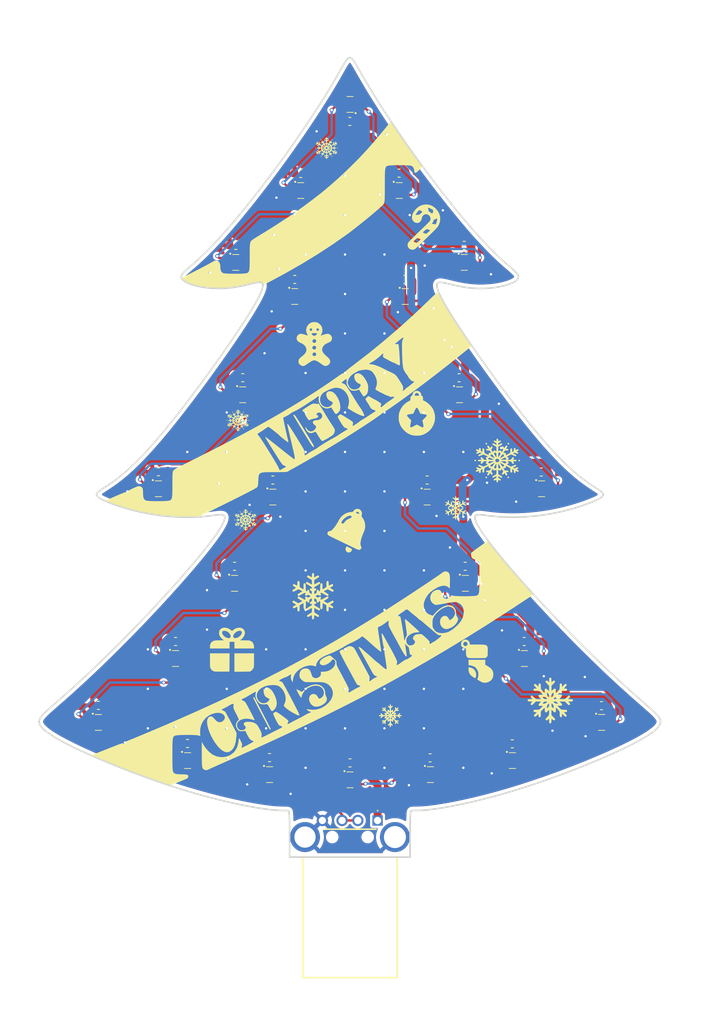
<source format=kicad_pcb>
(kicad_pcb (version 20241229) (generator "pcbnew") (generator_version "9.0")
  (title_block (title "Christmass Tree") (date "2025-11-01") (rev "v2.1") (company "Szymon Wąchała"))
  (layers (0 "F.Cu" signal) (2 "B.Cu" signal) (13 "F.Paste" user) (15 "B.Paste" user) (5 "F.SilkS" user "F.Silkscreen") (7 "B.SilkS" user "B.Silkscreen") (1 "F.Mask" user) (3 "B.Mask" user) (25 "Edge.Cuts" user))
  (net 0 "")
  (net 1 "GND")
  (net 2 "+5V")
  (net 3 "Net-(J1-D+)")
  (net 4 "Net-(LED1-DO)")
  (net 5 "Net-(LED2-DO)")
  (net 6 "Net-(LED3-DO)")
  (net 7 "Net-(LED4-DO)")
  (net 8 "Net-(LED5-DO)")
  (net 9 "Net-(LED6-DO)")
  (net 10 "Net-(LED7-DO)")
  (net 11 "/12")
  (net 12 "Net-(LED10-DI)")
  (net 13 "Net-(LED10-DO)")
  (net 14 "Net-(LED11-DO)")
  (net 15 "Net-(LED12-DO)")
  (net 16 "Net-(LED13-DO)")
  (net 17 "Net-(LED14-DO)")
  (net 18 "Net-(LED15-DO)")
  (net 19 "/23")
  (net 20 "Net-(LED17-DO)")
  (net 21 "Net-(LED18-DO)")
  (net 22 "Net-(LED19-DO)")
  (net 23 "Net-(LED20-DO)")
  (net 24 "Net-(LED21-DO)")
  (net 25 "Net-(LED22-DO)")
  (net 26 "Net-(LED23-DO)")
  (footprint "WS2812C-2020:WS2812C2020" (layer "F.Cu") (at 165.2452 113.662408 180)
    (property "Reference" "LED20" (hide yes))
    (property "Value" "WS2812C-2020" (hide yes))
  )
  (footprint "LOGO" (layer "F.Cu") (at 138.5824 73.8124)
    (property "Reference" "G***" (hide yes))
    (property "Value" "LOGO" (hide yes))
  )
  (footprint "Capacitor_SMD:C_0603_1608Metric" (layer "F.Cu") (at 175.006 119.634 180)
    (property "Reference" "C21" (hide yes))
    (property "Value" "100n")
  )
  (footprint "Capacitor_SMD:C_0603_1608Metric" (layer "F.Cu") (at 136.125772 65.656408 180)
    (property "Reference" "C9" (hide yes))
    (property "Value" "100n")
  )
  (footprint "WS2812C-2020:WS2812C2020" (layer "F.Cu") (at 167.4252 92.167408 180)
    (property "Reference" "LED17" (hide yes))
    (property "Value" "WS2812C-2020" (hide yes))
  )
  (footprint "Capacitor_SMD:C_0603_1608Metric" (layer "F.Cu") (at 118.832772 90.008408 180)
    (property "Reference" "C7" (hide yes))
    (property "Value" "100n")
  )
  (footprint "LOGO" (layer "F.Cu") (at 143.921099 63.570798)
    (property "Reference" "G***" (hide yes))
    (property "Value" "LOGO" (hide yes))
  )
  (footprint "Capacitor_SMD:C_0603_1608Metric" (layer "F.Cu") (at 133.35 91.059 180)
    (property "Reference" "C6" (hide yes))
    (property "Value" "100n" (hide yes))
  )
  (footprint "WS2812C-2020:WS2812C2020" (layer "F.Cu") (at 121.012772 113.662408 180)
    (property "Reference" "LED4" (hide yes))
    (property "Value" "WS2812C-2020" (hide yes))
  )
  (footprint "Capacitor_SMD:C_0603_1608Metric" (layer "F.Cu") (at 167.386 90.043 180)
    (property "Reference" "C17" (hide yes))
    (property "Value" "100n")
  )
  (footprint "48037-0001:480370001" (layer "F.Cu") (at 146.625572 134.168408)
    (property "Reference" "J1" (hide yes))
    (property "Value" "48037-0001" (hide yes))
  )
  (footprint "LOGO" (layer "F.Cu") (at 143.221591 88.196967)
    (property "Reference" "G***" (hide yes))
    (property "Value" "LOGO" (hide yes))
  )
  (footprint "WS2812C-2020:WS2812C2020" (layer "F.Cu") (at 128.651 63.5 180)
    (property "Reference" "LED10" (hide yes))
    (property "Value" "WS2812C-2020" (hide yes))
  )
  (footprint "WS2812C-2020:WS2812C2020" (layer "F.Cu") (at 118.832772 92.167408 180)
    (property "Reference" "LED7" (hide yes))
    (property "Value" "WS2812C-2020" (hide yes))
  )
  (footprint "LOGO" (layer "F.Cu") (at 129.8956 96.1136)
    (property "Reference" "G***" (hide yes))
    (property "Value" "LOGO" (hide yes))
  )
  (footprint "WS2812C-2020:WS2812C2020" (layer "F.Cu") (at 129.521772 80.261408 180)
    (property "Reference" "LED8" (hide yes))
    (property "Value" "WS2812C-2020" (hide yes))
  )
  (footprint "LOGO" (layer "F.Cu") (at 155.7528 86.6648)
    (property "Reference" "G***" (hide yes))
    (property "Value" "LOGO" (hide yes))
  )
  (footprint "WS2812C-2020:WS2812C2020" (layer "F.Cu") (at 150.1322 67.8154 180)
    (property "Reference" "LED15" (hide yes))
    (property "Value" "WS2812C-2020" (hide yes))
  )
  (footprint "Capacitor_SMD:C_0603_1608Metric" (layer "F.Cu") (at 157.607 61.341 180)
    (property "Reference" "C14" (hide yes))
    (property "Value" "100n")
  )
  (footprint "Capacitor_SMD:C_0603_1608Metric" (layer "F.Cu") (at 136.88 52.239 180)
    (property "Reference" "C11" (hide yes))
    (property "Value" "100n")
  )
  (footprint "Capacitor_SMD:C_0603_1608Metric" (layer "F.Cu") (at 122.536772 124.425408 180)
    (property "Reference" "C2" (hide yes))
    (property "Value" "100n")
  )
  (footprint "WS2812C-2020:WS2812C2020" (layer "F.Cu") (at 128.498 104.14 180)
    (property "Reference" "LED5" (hide yes))
    (property "Value" "WS2812C-2020" (hide yes))
  )
  (footprint "LOGO" (layer "F.Cu") (at 114.1984 114.046)
    (property "Reference" "G***" (hide yes))
    (property "Value" "LOGO" (hide yes))
  )
  (footprint "WS2812C-2020:WS2812C2020" (layer "F.Cu") (at 157.76 104.140008 180)
    (property "Reference" "LED19" (hide yes))
    (property "Value" "WS2812C-2020" (hide yes))
  )
  (footprint "WS2812C-2020:WS2812C2020" (layer "F.Cu") (at 157.019 80.261408 180)
    (property "Reference" "LED16" (hide yes))
    (property "Value" "WS2812C-2020" (hide yes))
  )
  (footprint "WS2812C-2020:WS2812C2020" (layer "F.Cu") (at 163.7212 126.584408 180)
    (property "Reference" "LED22" (hide yes))
    (property "Value" "WS2812C-2020" (hide yes))
  )
  (footprint "LOGO" (layer "F.Cu") (at 156.5148 94.5896)
    (property "Reference" "G***" (hide yes))
    (property "Value" "LOGO" (hide yes))
  )
  (footprint "LOGO" (layer "F.Cu") (at 140.1572 49.022)
    (property "Reference" "G***" (hide yes))
    (property "Value" "LOGO" (hide yes))
  )
  (footprint "Capacitor_SMD:C_0603_1608Metric" (layer "F.Cu") (at 128.498 101.981 180)
    (property "Reference" "C5" (hide yes))
    (property "Value" "100n" (hide yes))
  )
  (footprint "Capacitor_SMD:C_0603_1608Metric" (layer "F.Cu") (at 156.959 78.105 180)
    (property "Reference" "C16" (hide yes))
    (property "Value" "100n")
  )
  (footprint "Capacitor_SMD:C_0603_1608Metric" (layer "F.Cu") (at 143.109036 45.651403)
    (property "Reference" "C12" (hide yes))
    (property "Value" "100n")
  )
  (footprint "LOGO" (layer "F.Cu") (at 154.6352 120.0912)
    (property "Reference" "G***" (hide yes))
    (property "Value" "LOGO" (hide yes))
  )
  (footprint "WS2812C-2020:WS2812C2020" (layer "F.Cu") (at 111.226 121.751 180)
    (property "Reference" "LED3" (hide yes))
    (property "Value" "WS2812C-2020" (hide yes))
  )
  (footprint "WS2812C-2020:WS2812C2020" (layer "F.Cu") (at 152.908 93.218008 180)
    (property "Reference" "LED18" (hide yes))
    (property "Value" "WS2812C-2020" (hide yes))
  )
  (footprint "WS2812C-2020:WS2812C2020" (layer "F.Cu") (at 132.929772 128.362408 180)
    (property "Reference" "LED1" (hide yes))
    (property "Value" "WS2812C-2020" (hide yes))
  )
  (footprint "Capacitor_SMD:C_0603_1608Metric" (layer "F.Cu") (at 165.214 111.506 180)
    (property "Reference" "C20" (hide yes))
    (property "Value" "100n")
  )
  (footprint "Capacitor_SMD:C_0603_1608Metric" (layer "F.Cu") (at 132.929772 126.203408 180)
    (property "Reference" "C1" (hide yes))
    (property "Value" "100n" (hide yes))
  )
  (footprint "WS2812C-2020:WS2812C2020" (layer "F.Cu") (at 143.135036 43.492403)
    (property "Reference" "LED12" (hide yes))
    (property "Value" "WS2812C-2020" (hide yes))
  )
  (footprint "Capacitor_SMD:C_0603_1608Metric" (layer "F.Cu") (at 111.226 119.592 180)
    (property "Reference" "C3" (hide yes))
    (property "Value" "100n" (hide yes))
  )
  (footprint "Capacitor_SMD:C_0603_1608Metric" (layer "F.Cu") (at 153.289 126.238 180)
    (property "Reference" "C23" (hide yes))
    (property "Value" "100n")
  )
  (footprint "LOGO" (layer "F.Cu") (at 140.1572 90.2716)
    (property "Reference" "G***" (hide yes))
    (property "Value" "LOGO" (hide yes))
  )
  (footprint "WS2812C-2020:WS2812C2020" (layer "F.Cu") (at 136.88 54.398 180)
    (property "Reference" "LED11" (hide yes))
    (property "Value" "WS2812C-2020" (hide yes))
  )
  (footprint "LOGO" (layer "F.Cu") (at 151.5872 82.6008)
    (property "Reference" "G***" (hide yes))
    (property "Value" "LOGO" (hide yes))
  )
  (footprint "WS2812C-2020:WS2812C2020" (layer "F.Cu") (at 133.35 93.218 180)
    (property "Reference" "LED6" (hide yes))
    (property "Value" "WS2812C-2020" (hide yes))
  )
  (footprint "LOGO" (layer "F.Cu") (at 128.1684 112.522)
    (property "Reference" "G***" (hide yes))
    (property "Value" "LOGO" (hide yes))
  )
  (footprint "WS2812C-2020:WS2812C2020" (layer "F.Cu") (at 122.536772 126.584408 180)
    (property "Reference" "LED2" (hide yes))
    (property "Value" "WS2812C-2020" (hide yes))
  )
  (footprint "LOGO" (layer "F.Cu") (at 128.9304 83.5152)
    (property "Reference" "G***" (hide yes))
    (property "Value" "LOGO" (hide yes))
  )
  (footprint "Capacitor_SMD:C_0603_1608Metric" (layer "F.Cu") (at 157.734 101.981 180)
    (property "Reference" "C19" (hide yes))
    (property "Value" "100n")
  )
  (footprint "WS2812C-2020:WS2812C2020" (layer "F.Cu") (at 149.378 54.398 180)
    (property "Reference" "LED13" (hide yes))
    (property "Value" "WS2812C-2020" (hide yes))
  )
  (footprint "WS2812C-2020:WS2812C2020" (layer "F.Cu") (at 153.3282 128.362408 180)
    (property "Reference" "LED23" (hide yes))
    (property "Value" "WS2812C-2020" (hide yes))
  )
  (footprint "WS2812C-2020:WS2812C2020" (layer "F.Cu") (at 136.125772 67.815408 180)
    (property "Reference" "LED9" (hide yes))
    (property "Value" "WS2812C-2020" (hide yes))
  )
  (footprint "WS2812C-2020:WS2812C2020" (layer "F.Cu") (at 175.032 121.751008 180)
    (property "Reference" "LED21" (hide yes))
    (property "Value" "WS2812C-2020" (hide yes))
  )
  (footprint "LOGO" (layer "F.Cu") (at 150.622 100.6856)
    (property "Reference" "G***" (hide yes))
    (property "Value" "LOGO" (hide yes))
  )
  (footprint "Capacitor_SMD:C_0603_1608Metric" (layer "F.Cu") (at 121.012772 111.503408 180)
    (property "Reference" "C4" (hide yes))
    (property "Value" "100n")
  )
  (footprint "LOGO" (layer "F.Cu") (at 124.3076 84.4804)
    (property "Reference" "G***" (hide yes))
    (property "Value" "LOGO" (hide yes))
  )
  (footprint "Capacitor_SMD:C_0603_1608Metric" (layer "F.Cu") (at 149.352 52.197 180)
    (property "Reference" "C13" (hide yes))
    (property "Value" "100n")
  )
  (footprint "Capacitor_SMD:C_0603_1608Metric" (layer "F.Cu") (at 143.129 126.873 180)
    (property "Reference" "C24" (hide yes))
    (property "Value" "100n")
  )
  (footprint "LOGO" (layer "F.Cu") (at 116.0272 115.6716)
    (property "Reference" "G***" (hide yes))
    (property "Value" "LOGO" (hide yes))
  )
  (footprint "LOGO" (layer "F.Cu") (at 143.1544 40.4876)
    (property "Reference" "G***" (hide yes))
    (property "Value" "LOGO" (hide yes))
  )
  (footprint "LOGO" (layer "F.Cu") (at 168.5036 118.9736)
    (property "Reference" "G***" (hide yes))
    (property "Value" "LOGO" (hide yes))
  )
  (footprint "Capacitor_SMD:C_0603_1608Metric" (layer "F.Cu") (at 150.101 65.659 180)
    (property "Reference" "C15" (hide yes))
    (property "Value" "100n")
  )
  (footprint "LOGO" (layer "F.Cu") (at 143.002 97.4344)
    (property "Reference" "G***" (hide yes))
    (property "Value" "LOGO" (hide yes))
  )
  (footprint "LOGO" (layer "F.Cu") (at 161.798 88.5952)
    (property "Reference" "G***" (hide yes))
    (property "Value" "LOGO" (hide yes))
  )
  (footprint "Capacitor_SMD:C_0603_1608Metric" (layer "F.Cu") (at 163.703 124.46 180)
    (property "Reference" "C22" (hide yes))
    (property "Value" "100n")
  )
  (footprint "Capacitor_SMD:C_0603_1608Metric" (layer "F.Cu") (at 128.651 61.341 180)
    (property "Reference" "C10" (hide yes))
    (property "Value" "100n")
  )
  (footprint "Capacitor_SMD:C_0603_1608Metric" (layer "F.Cu") (at 152.908 91.059 180)
    (property "Reference" "C18" (hide yes))
    (property "Value" "100n")
  )
  (footprint "LOGO" (layer "F.Cu") (at 159.689506 113.901332)
    (property "Reference" "G***" (hide yes))
    (property "Value" "LOGO" (hide yes))
  )
  (footprint "WS2812C-2020:WS2812C2020" (layer "F.Cu") (at 143.129 129.022808 180)
    (property "Reference" "LED24" (hide yes))
    (property "Value" "WS2812C-2020" (hide yes))
  )
  (footprint "Capacitor_SMD:C_0603_1608Metric" (layer "F.Cu") (at 129.534772 78.102408 180)
    (property "Reference" "C8" (hide yes))
    (property "Value" "100n")
  )
  (footprint "LOGO" (layer "F.Cu") (at 148.2344 120.904)
    (property "Reference" "G***" (hide yes))
    (property "Value" "LOGO" (hide yes))
  )
  (footprint "LOGO" (layer "F.Cu") (at 152.352704 59.074199)
    (property "Reference" "G***" (hide yes))
    (property "Value" "LOGO" (hide yes))
  )
  (footprint "LOGO" (layer "F.Cu") (at 138.43 105.7656)
    (property "Reference" "G***" (hide yes))
    (property "Value" "LOGO" (hide yes))
  )
  (footprint "WS2812C-2020:WS2812C2020" (layer "F.Cu") (at 157.607 63.5 180)
    (property "Reference" "LED14" (hide yes))
    (property "Value" "WS2812C-2020" (hide yes))
  )
  (gr_line (start 132.79452 132.770838) (end 133.121981 132.808505) (stroke (width 0.2)) (layer "Edge.Cuts"))
  (gr_line (start 164.942811 103.912608) (end 164.204783 103.075198) (stroke (width 0.2)) (layer "Edge.Cuts"))
  (gr_line (start 156.51122 66.417398) (end 156.775571 66.474893) (stroke (width 0.2)) (layer "Edge.Cuts"))
  (gr_line (start 174.876145 114.232348) (end 174.082826 113.465342) (stroke (width 0.2)) (layer "Edge.Cuts"))
  (gr_line (start 114.634574 110.988333) (end 113.788804 111.838389) (stroke (width 0.2)) (layer "Edge.Cuts"))
  (gr_line (start 104.228852 122.57051) (end 104.473935 122.789065) (stroke (width 0.2)) (layer "Edge.Cuts"))
  (gr_line (start 121.884375 65.677821) (end 121.984229 65.776374) (stroke (width 0.2)) (layer "Edge.Cuts"))
  (gr_line (start 122.758191 64.112002) (end 122.529967 64.308314) (stroke (width 0.2)) (layer "Edge.Cuts"))
  (gr_line (start 144.608978 39.680617) (end 144.412781 39.336329) (stroke (width 0.2)) (layer "Edge.Cuts"))
  (gr_line (start 143.588397 37.950782) (end 143.490912 37.821711) (stroke (width 0.2)) (layer "Edge.Cuts"))
  (gr_line (start 107.893563 124.807662) (end 108.640218 125.167483) (stroke (width 0.2)) (layer "Edge.Cuts"))
  (gr_line (start 123.589263 130.765544) (end 124.529057 131.029628) (stroke (width 0.2)) (layer "Edge.Cuts"))
  (gr_line (start 115.17126 94.768191) (end 115.659594 94.898289) (stroke (width 0.2)) (layer "Edge.Cuts"))
  (gr_line (start 130.980583 66.117914) (end 131.139136 66.084404) (stroke (width 0.2)) (layer "Edge.Cuts"))
  (gr_line (start 151.499615 132.90198) (end 151.626644 132.901038) (stroke (width 0.2)) (layer "Edge.Cuts"))
  (gr_line (start 127.05638 95.492181) (end 127.141847 95.543837) (stroke (width 0.2)) (layer "Edge.Cuts"))
  (gr_line (start 103.805047 121.298243) (end 103.741162 121.471759) (stroke (width 0.2)) (layer "Edge.Cuts"))
  (gr_line (start 143.809938 38.292018) (end 143.69414 38.107268) (stroke (width 0.2)) (layer "Edge.Cuts"))
  (gr_line (start 131.570171 132.596419) (end 132.020967 132.665908) (stroke (width 0.2)) (layer "Edge.Cuts"))
  (gr_line (start 111.273919 93.276725) (end 111.429349 93.378458) (stroke (width 0.2)) (layer "Edge.Cuts"))
  (gr_line (start 162.77595 95.746244) (end 163.222651 95.759321) (stroke (width 0.2)) (layer "Edge.Cuts"))
  (gr_line (start 175.207181 92.991724) (end 175.224648 92.899603) (stroke (width 0.2)) (layer "Edge.Cuts"))
  (gr_line (start 125.192729 66.735063) (end 125.535203 66.765508) (stroke (width 0.2)) (layer "Edge.Cuts"))
  (gr_line (start 176.379681 115.657603) (end 175.643136 114.964179) (stroke (width 0.2)) (layer "Edge.Cuts"))
  (gr_line (start 116.682444 95.140161) (end 117.212117 95.249354) (stroke (width 0.2)) (layer "Edge.Cuts"))
  (gr_line (start 118.29518 95.439258) (end 118.843207 95.518548) (stroke (width 0.2)) (layer "Edge.Cuts"))
  (gr_line (start 117.273915 87.469583) (end 116.70727 88.06993) (stroke (width 0.2)) (layer "Edge.Cuts"))
  (gr_line (start 129.709733 66.417528) (end 129.95966 66.360389) (stroke (width 0.2)) (layer "Edge.Cuts"))
  (gr_line (start 169.537892 95.140422) (end 170.056252 95.023019) (stroke (width 0.2)) (layer "Edge.Cuts"))
  (gr_line (start 135.994369 48.412127) (end 135.400384 49.253119) (stroke (width 0.2)) (layer "Edge.Cuts"))
  (gr_line (start 163.172803 80.417579) (end 162.49245 79.510809) (stroke (width 0.2)) (layer "Edge.Cuts"))
  (gr_line (start 110.311185 125.930297) (end 111.226594 126.328833) (stroke (width 0.2)) (layer "Edge.Cuts"))
  (gr_line (start 135.468322 135.025737) (end 135.471276 135.97164) (stroke (width 0.2)) (layer "Edge.Cuts"))
  (gr_line (start 126.924598 66.794521) (end 127.267561 66.778675) (stroke (width 0.2)) (layer "Edge.Cuts"))
  (gr_line (start 155.265342 55.198252) (end 154.620081 54.372695) (stroke (width 0.2)) (layer "Edge.Cuts"))
  (gr_line (start 168.363158 86.82783) (end 167.759543 86.143199) (stroke (width 0.2)) (layer "Edge.Cuts"))
  (gr_line (start 182.504922 121.64308) (end 182.4805 121.47219) (stroke (width 0.2)) (layer "Edge.Cuts"))
  (gr_line (start 163.602946 130.480689) (end 164.60566 130.173987) (stroke (width 0.2)) (layer "Edge.Cuts"))
  (gr_line (start 121.026414 83.036005) (end 120.366744 83.861452) (stroke (width 0.2)) (layer "Edge.Cuts"))
  (gr_line (start 124.527873 66.648641) (end 124.856231 66.695905) (stroke (width 0.2)) (layer "Edge.Cuts"))
  (gr_line (start 130.61842 66.202369) (end 130.807133 66.157476) (stroke (width 0.2)) (layer "Edge.Cuts"))
  (gr_line (start 156.775571 66.474893) (end 157.053694 66.531492) (stroke (width 0.2)) (layer "Edge.Cuts"))
  (gr_line (start 168.469724 95.349539) (end 169.008199 95.249594) (stroke (width 0.2)) (layer "Edge.Cuts"))
  (gr_line (start 161.81457 78.595639) (end 161.1428 77.677554) (stroke (width 0.2)) (layer "Edge.Cuts"))
  (gr_line (start 165.856305 83.863313) (end 165.196662 83.037933) (stroke (width 0.2)) (layer "Edge.Cuts"))
  (gr_line (start 153.098712 132.808608) (end 153.426071 132.770953) (stroke (width 0.2)) (layer "Edge.Cuts"))
  (gr_line (start 160.368342 95.530043) (end 160.632495 95.56457) (stroke (width 0.2)) (layer "Edge.Cuts"))
  (gr_line (start 140.252318 41.974395) (end 139.893884 42.552737) (stroke (width 0.2)) (layer "Edge.Cuts"))
  (gr_line (start 131.391791 68.211956) (end 131.145824 68.656269) (stroke (width 0.2)) (layer "Edge.Cuts"))
  (gr_line (start 121.737517 65.371348) (end 121.760707 65.475444) (stroke (width 0.2)) (layer "Edge.Cuts"))
  (gr_line (start 164.527827 82.185743) (end 163.852282 81.310816) (stroke (width 0.2)) (layer "Edge.Cuts"))
  (gr_line (start 177.579324 125.168433) (end 178.326142 124.808558) (stroke (width 0.2)) (layer "Edge.Cuts"))
  (gr_line (start 166.828442 95.586917) (end 167.377078 95.518718) (stroke (width 0.2)) (layer "Edge.Cuts"))
  (gr_line (start 172.434722 111.840369) (end 171.588975 110.990355) (stroke (width 0.2)) (layer "Edge.Cuts"))
  (gr_line (start 175.207665 92.806544) (end 175.156377 92.710769) (stroke (width 0.2)) (layer "Edge.Cuts"))
  (gr_line (start 157.053694 66.531492) (end 157.344716 66.585842) (stroke (width 0.2)) (layer "Edge.Cuts"))
  (gr_line (start 152.317081 132.876219) (end 152.54757 132.860091) (stroke (width 0.2)) (layer "Edge.Cuts"))
  (gr_line (start 161.857554 62.675688) (end 161.442498 62.274367) (stroke (width 0.2)) (layer "Edge.Cuts"))
  (gr_line (start 169.02151 108.343104) (end 168.171973 107.444426) (stroke (width 0.2)) (layer "Edge.Cuts"))
  (gr_line (start 163.790475 66.059225) (end 163.963193 65.967476) (stroke (width 0.2)) (layer "Edge.Cuts"))
  (gr_line (start 181.08743 123.275325) (end 181.446671 123.023936) (stroke (width 0.2)) (layer "Edge.Cuts"))
  (gr_line (start 158.599645 74.098159) (end 158.022967 73.260032) (stroke (width 0.2)) (layer "Edge.Cuts"))
  (gr_line (start 159.551484 95.443015) (end 159.722316 95.453061) (stroke (width 0.2)) (layer "Edge.Cuts"))
  (gr_line (start 114.657895 90.03119) (end 114.205722 90.413441) (stroke (width 0.2)) (layer "Edge.Cuts"))
  (gr_line (start 126.729894 60.236499) (end 126.201753 60.810557) (stroke (width 0.2)) (layer "Edge.Cuts"))
  (gr_line (start 124.529057 131.029628) (end 125.43188 131.27204) (stroke (width 0.2)) (layer "Edge.Cuts"))
  (gr_line (start 167.334042 106.546324) (end 166.512956 105.65438) (stroke (width 0.2)) (layer "Edge.Cuts"))
  (gr_line (start 111.066247 93.084251) (end 111.152808 93.178949) (stroke (width 0.2)) (layer "Edge.Cuts"))
  (gr_line (start 121.826718 65.038314) (end 121.770142 65.154002) (stroke (width 0.2)) (layer "Edge.Cuts"))
  (gr_line (start 142.142554 38.74998) (end 141.984945 39.026175) (stroke (width 0.2)) (layer "Edge.Cuts"))
  (gr_line (start 113.825873 94.360532) (end 114.252251 94.497555) (stroke (width 0.2)) (layer "Edge.Cuts"))
  (gr_line (start 111.841447 93.596107) (end 112.096822 93.712573) (stroke (width 0.2)) (layer "Edge.Cuts"))
  (gr_line (start 158.615384 66.754177) (end 158.9532 66.778629) (stroke (width 0.2)) (layer "Edge.Cuts"))
  (gr_line (start 135.421646 133.234698) (end 135.440068 133.46691) (stroke (width 0.2)) (layer "Edge.Cuts"))
  (gr_line (start 123.373511 101.496512) (end 122.717677 102.266722) (stroke (width 0.2)) (layer "Edge.Cuts"))
  (gr_line (start 112.187621 126.73511) (end 113.187213 127.145819) (stroke (width 0.2)) (layer "Edge.Cuts"))
  (gr_line (start 159.470168 97.046616) (end 159.285979 96.719898) (stroke (width 0.2)) (layer "Edge.Cuts"))
  (gr_line (start 171.588975 110.990355) (end 170.734973 110.121031) (stroke (width 0.2)) (layer "Edge.Cuts"))
  (gr_line (start 157.961193 66.68223) (end 158.284237 66.721773) (stroke (width 0.2)) (layer "Edge.Cuts"))
  (gr_line (start 132.072177 66.318746) (end 132.079675 66.431968) (stroke (width 0.2)) (layer "Edge.Cuts"))
  (gr_line (start 171.564717 90.032117) (end 171.087415 89.607669) (stroke (width 0.2)) (layer "Edge.Cuts"))
  (gr_line (start 161.442498 62.274367) (end 160.997292 61.830325) (stroke (width 0.2)) (layer "Edge.Cuts"))
  (gr_line (start 124.636174 95.669938) (end 124.980569 95.636172) (stroke (width 0.2)) (layer "Edge.Cuts"))
  (gr_line (start 163.963193 65.967476) (end 164.112286 65.873163) (stroke (width 0.2)) (layer "Edge.Cuts"))
  (gr_line (start 175.155141 93.084465) (end 175.207181 92.991724) (stroke (width 0.2)) (layer "Edge.Cuts"))
  (gr_line (start 162.241687 63.035678) (end 161.857554 62.675688) (stroke (width 0.2)) (layer "Edge.Cuts"))
  (gr_line (start 133.903861 132.876177) (end 134.108555 132.887374) (stroke (width 0.2)) (layer "Edge.Cuts"))
  (gr_line (start 156.026411 66.304647) (end 156.261329 66.360256) (stroke (width 0.2)) (layer "Edge.Cuts"))
  (gr_line (start 142.990311 37.592303) (end 142.907745 37.642874) (stroke (width 0.2)) (layer "Edge.Cuts"))
  (gr_line (start 114.217307 127.557257) (end 115.269259 127.965491) (stroke (width 0.2)) (layer "Edge.Cuts"))
  (gr_line (start 160.787301 131.272662) (end 161.690024 131.030295) (stroke (width 0.2)) (layer "Edge.Cuts"))
  (gr_line (start 174.992513 126.329882) (end 175.908055 125.931315) (stroke (width 0.2)) (layer "Edge.Cuts"))
  (gr_line (start 141.150339 40.47943) (end 140.879669 40.937667) (stroke (width 0.2)) (layer "Edge.Cuts"))
  (gr_line (start 103.907979 121.118289) (end 103.805047 121.298243) (stroke (width 0.2)) (layer "Edge.Cuts"))
  (gr_line (start 126.294789 131.493121) (end 127.115373 131.693537) (stroke (width 0.2)) (layer "Edge.Cuts"))
  (gr_line (start 111.152808 93.178949) (end 111.273919 93.276725) (stroke (width 0.2)) (layer "Edge.Cuts"))
  (gr_line (start 164.199313 64.784423) (end 164.059232 64.64131) (stroke (width 0.2)) (layer "Edge.Cuts"))
  (gr_line (start 127.23986 95.717564) (end 127.24809 95.846034) (stroke (width 0.2)) (layer "Edge.Cuts"))
  (gr_line (start 119.083472 85.417423) (end 118.463406 86.14158) (stroke (width 0.2)) (layer "Edge.Cuts"))
  (gr_line (start 159.914643 95.472336) (end 160.129504 95.498669) (stroke (width 0.2)) (layer "Edge.Cuts"))
  (gr_line (start 170.586015 89.13973) (end 170.061656 88.627635) (stroke (width 0.2)) (layer "Edge.Cuts"))
  (gr_line (start 123.730655 79.508714) (end 123.050303 80.41551) (stroke (width 0.2)) (layer "Edge.Cuts"))
  (gr_line (start 130.532153 132.417968) (end 131.074309 132.514132) (stroke (width 0.2)) (layer "Edge.Cuts"))
  (gr_line (start 163.505422 102.268534) (end 162.849488 101.498233) (stroke (width 0.2)) (layer "Edge.Cuts"))
  (gr_line (start 142.821766 37.719111) (end 142.730849 37.82144) (stroke (width 0.2)) (layer "Edge.Cuts"))
  (gr_line (start 145.970023 41.975695) (end 145.641584 41.437136) (stroke (width 0.2)) (layer "Edge.Cuts"))
  (gr_line (start 126.229842 66.798799) (end 126.578124 66.801326) (stroke (width 0.2)) (layer "Edge.Cuts"))
  (gr_line (start 150.988454 132.921782) (end 151.049209 132.913668) (stroke (width 0.2)) (layer "Edge.Cuts"))
  (gr_line (start 163.890324 64.483817) (end 163.692071 64.308745) (stroke (width 0.2)) (layer "Edge.Cuts"))
  (gr_line (start 166.2821 95.643823) (end 166.828442 95.586917) (stroke (width 0.2)) (layer "Edge.Cuts"))
  (gr_line (start 165.196662 83.037933) (end 164.527827 82.185743) (stroke (width 0.2)) (layer "Edge.Cuts"))
  (gr_line (start 151.386767 132.902457) (end 151.499615 132.90198) (stroke (width 0.2)) (layer "Edge.Cuts"))
  (gr_line (start 156.27696 132.307215) (end 156.913471 132.18027) (stroke (width 0.2)) (layer "Edge.Cuts"))
  (gr_line (start 144.412781 39.336329) (end 144.236984 39.026847) (stroke (width 0.2)) (layer "Edge.Cuts"))
  (gr_line (start 134.934762 132.903224) (end 135.023784 132.904944) (stroke (width 0.2)) (layer "Edge.Cuts"))
  (gr_line (start 109.843579 115.656001) (end 109.141087 116.308543) (stroke (width 0.2)) (layer "Edge.Cuts"))
  (gr_line (start 111.429349 93.378458) (end 111.618712 93.484786) (stroke (width 0.2)) (layer "Edge.Cuts"))
  (gr_line (start 123.016896 63.890567) (end 122.758191 64.112002) (stroke (width 0.2)) (layer "Edge.Cuts"))
  (gr_line (start 168.812611 128.759356) (end 169.883954 128.367968) (stroke (width 0.2)) (layer "Edge.Cuts"))
  (gr_line (start 153.426071 132.770953) (end 153.79211 132.723822) (stroke (width 0.2)) (layer "Edge.Cuts"))
  (gr_line (start 131.892818 66.067491) (end 131.956584 66.105692) (stroke (width 0.2)) (layer "Edge.Cuts"))
  (gr_line (start 141.984945 39.026175) (end 141.809193 39.335578) (stroke (width 0.2)) (layer "Edge.Cuts"))
  (gr_line (start 135.023784 132.904944) (end 135.102633 132.90824) (stroke (width 0.2)) (layer "Edge.Cuts"))
  (gr_line (start 161.36455 66.696003) (end 161.69292 66.648758) (stroke (width 0.2)) (layer "Edge.Cuts"))
  (gr_line (start 173.267531 112.666732) (end 172.434722 111.840369) (stroke (width 0.2)) (layer "Edge.Cuts"))
  (gr_line (start 120.585465 129.84616) (end 121.613191 130.173148) (stroke (width 0.2)) (layer "Edge.Cuts"))
  (gr_line (start 152.807006 132.837928) (end 153.098712 132.808608) (stroke (width 0.2)) (layer "Edge.Cuts"))
  (gr_line (start 164.311074 64.916018) (end 164.199313 64.784423) (stroke (width 0.2)) (layer "Edge.Cuts"))
  (gr_line (start 133.41378 132.837855) (end 133.673297 132.860041) (stroke (width 0.2)) (layer "Edge.Cuts"))
  (gr_line (start 177.747182 116.919619) (end 177.082097 116.310054) (stroke (width 0.2)) (layer "Edge.Cuts"))
  (gr_line (start 124.209876 66.593984) (end 124.527873 66.648641) (stroke (width 0.2)) (layer "Edge.Cuts"))
  (gr_line (start 108.640218 125.167483) (end 109.447404 125.542361) (stroke (width 0.2)) (layer "Edge.Cuts"))
  (gr_line (start 128.199865 73.258146) (end 127.623257 74.096198) (stroke (width 0.2)) (layer "Edge.Cuts"))
  (gr_line (start 172.796464 94.224808) (end 173.171769 94.091054) (stroke (width 0.2)) (layer "Edge.Cuts"))
  (gr_line (start 127.018119 74.963953) (end 126.389432 75.854287) (stroke (width 0.2)) (layer "Edge.Cuts"))
  (gr_line (start 111.013963 92.806328) (end 110.996896 92.899392) (stroke (width 0.2)) (layer "Edge.Cuts"))
  (gr_line (start 174.082826 113.465342) (end 173.267531 112.666732) (stroke (width 0.2)) (layer "Edge.Cuts"))
  (gr_line (start 150.749 138.811) (end 135.472543 138.805815) (stroke (width 0.2)) (layer "Edge.Cuts"))
  (gr_line (start 146.328527 42.554129) (end 145.970023 41.975695) (stroke (width 0.2)) (layer "Edge.Cuts"))
  (gr_line (start 123.050303 80.41551) (end 122.37082 81.308784) (stroke (width 0.2)) (layer "Edge.Cuts"))
  (gr_line (start 122.717677 102.266722) (end 122.018412 103.073313) (stroke (width 0.2)) (layer "Edge.Cuts"))
  (gr_line (start 166.512956 105.65438) (end 165.714055 104.774447) (stroke (width 0.2)) (layer "Edge.Cuts"))
  (gr_line (start 160.922929 95.600474) (end 161.240216 95.636091) (stroke (width 0.2)) (layer "Edge.Cuts"))
  (gr_line (start 127.282149 59.620726) (end 126.729894 60.236499) (stroke (width 0.2)) (layer "Edge.Cuts"))
  (gr_line (start 150.823899 133.089686) (end 150.854235 133.004546) (stroke (width 0.2)) (layer "Edge.Cuts"))
  (gr_line (start 162.353194 95.726218) (end 162.77595 95.746244) (stroke (width 0.2)) (layer "Edge.Cuts"))
  (gr_line (start 164.394988 65.038592) (end 164.311074 64.916018) (stroke (width 0.2)) (layer "Edge.Cuts"))
  (gr_line (start 127.24809 95.846034) (end 127.225442 96.006764) (stroke (width 0.2)) (layer "Edge.Cuts"))
  (gr_line (start 132.047786 66.228689) (end 132.072177 66.318746) (stroke (width 0.2)) (layer "Edge.Cuts"))
  (gr_line (start 121.74054 65.264548) (end 121.737517 65.371348) (stroke (width 0.2)) (layer "Edge.Cuts"))
  (gr_line (start 125.225316 61.829245) (end 124.780042 62.273387) (stroke (width 0.2)) (layer "Edge.Cuts"))
  (gr_line (start 154.199404 132.666091) (end 154.650082 132.596629) (stroke (width 0.2)) (layer "Edge.Cuts"))
  (gr_line (start 112.075904 91.952151) (end 111.826007 92.113613) (stroke (width 0.2)) (layer "Edge.Cuts"))
  (gr_line (start 103.889481 122.173323) (end 104.035092 122.365935) (stroke (width 0.2)) (layer "Edge.Cuts"))
  (gr_line (start 120.509307 104.772437) (end 119.710467 105.652329) (stroke (width 0.2)) (layer "Edge.Cuts"))
  (gr_line (start 111.608014 92.257168) (end 111.422488 92.385895) (stroke (width 0.2)) (layer "Edge.Cuts"))
  (gr_line (start 174.396073 92.113959) (end 174.146249 91.952544) (stroke (width 0.2)) (layer "Edge.Cuts"))
  (gr_line (start 115.636714 89.138603) (end 115.135253 89.606644) (stroke (width 0.2)) (layer "Edge.Cuts"))
  (gr_line (start 121.770142 65.154002) (end 121.74054 65.264548) (stroke (width 0.2)) (layer "Edge.Cuts"))
  (gr_line (start 131.602963 54.370761) (end 130.957697 55.196356) (stroke (width 0.2)) (layer "Edge.Cuts"))
  (gr_line (start 116.334784 128.366931) (end 117.406121 128.758341) (stroke (width 0.2)) (layer "Edge.Cuts"))
  (gr_line (start 159.704251 97.422978) (end 159.470168 97.046616) (stroke (width 0.2)) (layer "Edge.Cuts"))
  (gr_line (start 158.022967 73.260032) (end 157.479397 72.458206) (stroke (width 0.2)) (layer "Edge.Cuts"))
  (gr_line (start 165.633332 129.847048) (end 166.68088 129.501139) (stroke (width 0.2)) (layer "Edge.Cuts"))
  (gr_line (start 164.451503 65.154265) (end 164.394988 65.038592) (stroke (width 0.2)) (layer "Edge.Cuts"))
  (gr_line (start 142.730849 37.82144) (end 142.633382 37.950461) (stroke (width 0.2)) (layer "Edge.Cuts"))
  (gr_line (start 107.267835 118.004695) (end 106.728913 118.481085) (stroke (width 0.2)) (layer "Edge.Cuts"))
  (gr_line (start 172.016833 90.414272) (end 171.564717 90.032117) (stroke (width 0.2)) (layer "Edge.Cuts"))
  (gr_line (start 153.97351 53.532431) (end 153.328567 52.68154) (stroke (width 0.2)) (layer "Edge.Cuts"))
  (gr_line (start 164.41163 65.577735) (end 164.460749 65.475684) (stroke (width 0.2)) (layer "Edge.Cuts"))
  (gr_line (start 119.718457 84.65638) (end 119.083472 85.417423) (stroke (width 0.2)) (layer "Edge.Cuts"))
  (gr_line (start 143.69414 38.107268) (end 143.588397 37.950782) (stroke (width 0.2)) (layer "Edge.Cuts"))
  (gr_line (start 129.167199 66.531622) (end 129.445351 66.475029) (stroke (width 0.2)) (layer "Edge.Cuts"))
  (gr_line (start 170.061656 88.627635) (end 169.515553 88.07126) (stroke (width 0.2)) (layer "Edge.Cuts"))
  (gr_line (start 106.235215 118.913768) (end 105.787541 119.304209) (stroke (width 0.2)) (layer "Edge.Cuts"))
  (gr_line (start 163.852282 81.310816) (end 163.172803 80.417579) (stroke (width 0.2)) (layer "Edge.Cuts"))
  (gr_line (start 158.36663 58.966658) (end 157.773229 58.273783) (stroke (width 0.2)) (layer "Edge.Cuts"))
  (gr_line (start 160.632495 95.56457) (end 160.922929 95.600474) (stroke (width 0.2)) (layer "Edge.Cuts"))
  (gr_line (start 180.179719 123.832946) (end 180.665879 123.544806) (stroke (width 0.2)) (layer "Edge.Cuts"))
  (gr_line (start 125.699677 61.341662) (end 125.225316 61.829245) (stroke (width 0.2)) (layer "Edge.Cuts"))
  (gr_line (start 126.389432 75.854287) (end 125.741984 76.760301) (stroke (width 0.2)) (layer "Edge.Cuts"))
  (gr_line (start 159.642625 66.801317) (end 159.990901 66.798814) (stroke (width 0.2)) (layer "Edge.Cuts"))
  (gr_line (start 173.031688 127.146899) (end 174.031373 126.73617) (stroke (width 0.2)) (layer "Edge.Cuts"))
  (gr_line (start 125.535203 66.765508) (end 125.881572 66.786838) (stroke (width 0.2)) (layer "Edge.Cuts"))
  (gr_line (start 178.326142 124.808558) (end 179.009549 124.465331) (stroke (width 0.2)) (layer "Edge.Cuts"))
  (gr_line (start 117.750573 95.349323) (end 118.29518 95.439258) (stroke (width 0.2)) (layer "Edge.Cuts"))
  (gr_line (start 125.495515 98.862984) (end 125.044885 99.447995) (stroke (width 0.2)) (layer "Edge.Cuts"))
  (gr_line (start 126.578124 66.801326) (end 126.924598 66.794521) (stroke (width 0.2)) (layer "Edge.Cuts"))
  (gr_line (start 141.394174 40.06053) (end 141.150339 40.47943) (stroke (width 0.2)) (layer "Edge.Cuts"))
  (gr_line (start 171.968285 94.497868) (end 172.394721 94.360846) (stroke (width 0.2)) (layer "Edge.Cuts"))
  (gr_line (start 132.067668 66.57193) (end 132.033108 66.742557) (stroke (width 0.2)) (layer "Edge.Cuts"))
  (gr_line (start 109.141087 116.308543) (end 108.475903 116.918212) (stroke (width 0.2)) (layer "Edge.Cuts"))
  (gr_line (start 156.506237 70.985082) (end 156.082098 70.322139) (stroke (width 0.2)) (layer "Edge.Cuts"))
  (gr_line (start 118.476046 129.136912) (end 119.537883 129.500201) (stroke (width 0.2)) (layer "Edge.Cuts"))
  (gr_line (start 150.758857 134.325019) (end 150.768008 133.81877) (stroke (width 0.2)) (layer "Edge.Cuts"))
  (gr_line (start 151.118701 132.908251) (end 151.197524 132.904948) (stroke (width 0.2)) (layer "Edge.Cuts"))
  (gr_line (start 113.788804 111.838389) (end 112.955964 112.664805) (stroke (width 0.2)) (layer "Edge.Cuts"))
  (gr_line (start 124.264924 95.700415) (end 124.636174 95.669938) (stroke (width 0.2)) (layer "Edge.Cuts"))
  (gr_line (start 131.733283 66.027359) (end 131.81824 66.041946) (stroke (width 0.2)) (layer "Edge.Cuts"))
  (gr_line (start 167.139512 85.419131) (end 166.504557 84.658167) (stroke (width 0.2)) (layer "Edge.Cuts"))
  (gr_line (start 181.746922 122.789641) (end 181.992143 122.571044) (stroke (width 0.2)) (layer "Edge.Cuts"))
  (gr_line (start 143.490912 37.821711) (end 143.399983 37.719321) (stroke (width 0.2)) (layer "Edge.Cuts"))
  (gr_line (start 174.124097 93.712846) (end 174.379548 93.59637) (stroke (width 0.2)) (layer "Edge.Cuts"))
  (gr_line (start 131.956584 66.105692) (end 132.008674 66.158609) (stroke (width 0.2)) (layer "Edge.Cuts"))
  (gr_line (start 129.942922 132.306895) (end 130.532153 132.417968) (stroke (width 0.2)) (layer "Edge.Cuts"))
  (gr_line (start 162.594428 63.356349) (end 162.241687 63.035678) (stroke (width 0.2)) (layer "Edge.Cuts"))
  (gr_line (start 131.139136 66.084404) (end 131.283341 66.057588) (stroke (width 0.2)) (layer "Edge.Cuts"))
  (gr_line (start 178.372254 117.485091) (end 177.747182 116.919619) (stroke (width 0.2)) (layer "Edge.Cuts"))
  (gr_line (start 134.108555 132.887374) (end 134.290214 132.89461) (stroke (width 0.2)) (layer "Edge.Cuts"))
  (gr_line (start 123.98195 100.767478) (end 123.373511 101.496512) (stroke (width 0.2)) (layer "Edge.Cuts"))
  (gr_line (start 159.401599 95.444517) (end 159.551484 95.443015) (stroke (width 0.2)) (layer "Edge.Cuts"))
  (gr_line (start 108.475903 116.918212) (end 107.850751 117.483779) (stroke (width 0.2)) (layer "Edge.Cuts"))
  (gr_line (start 155.806805 66.251651) (end 156.026411 66.304647) (stroke (width 0.2)) (layer "Edge.Cuts"))
  (gr_line (start 127.141847 95.543837) (end 127.203646 95.617923) (stroke (width 0.2)) (layer "Edge.Cuts"))
  (gr_line (start 126.935927 96.719201) (end 126.751851 97.045809) (stroke (width 0.2)) (layer "Edge.Cuts"))
  (gr_line (start 164.60566 130.173987) (end 165.633332 129.847048) (stroke (width 0.2)) (layer "Edge.Cuts"))
  (gr_line (start 162.849488 101.498233) (end 162.240933 100.769103) (stroke (width 0.2)) (layer "Edge.Cuts"))
  (gr_line (start 150.74916 137.216807) (end 150.750263 135.974772) (stroke (width 0.2)) (layer "Edge.Cuts"))
  (gr_line (start 173.519055 93.960641) (end 173.836913 93.834381) (stroke (width 0.2)) (layer "Edge.Cuts"))
  (gr_line (start 170.056252 95.023019) (end 170.560809 94.89858) (stroke (width 0.2)) (layer "Edge.Cuts"))
  (gr_line (start 151.626644 132.901038) (end 151.769695 132.898875) (stroke (width 0.2)) (layer "Edge.Cuts"))
  (gr_line (start 119.938193 95.643706) (end 120.479274 95.689311) (stroke (width 0.2)) (layer "Edge.Cuts"))
  (gr_line (start 124.780042 62.273387) (end 124.364917 62.674807) (stroke (width 0.2)) (layer "Edge.Cuts"))
  (gr_line (start 172.442721 90.755868) (end 172.016833 90.414272) (stroke (width 0.2)) (layer "Edge.Cuts"))
  (gr_line (start 132.008674 66.158609) (end 132.047786 66.228689) (stroke (width 0.2)) (layer "Edge.Cuts"))
  (gr_line (start 141.613047 39.679782) (end 141.394174 40.06053) (stroke (width 0.2)) (layer "Edge.Cuts"))
  (gr_line (start 112.955964 112.664805) (end 112.14062 113.463484) (stroke (width 0.2)) (layer "Edge.Cuts"))
  (gr_line (start 182.186021 122.366431) (end 182.331754 122.173796) (stroke (width 0.2)) (layer "Edge.Cuts"))
  (gr_line (start 161.240216 95.636091) (end 161.584552 95.669863) (stroke (width 0.2)) (layer "Edge.Cuts"))
  (gr_line (start 156.261329 66.360256) (end 156.51122 66.417398) (stroke (width 0.2)) (layer "Edge.Cuts"))
  (gr_line (start 135.397569 133.089373) (end 135.421646 133.234698) (stroke (width 0.2)) (layer "Edge.Cuts"))
  (gr_line (start 111.269921 92.502643) (end 111.150746 92.610051) (stroke (width 0.2)) (layer "Edge.Cuts"))
  (gr_line (start 159.9245 131.493685) (end 160.787301 131.272662) (stroke (width 0.2)) (layer "Edge.Cuts"))
  (gr_line (start 127.115373 131.693537) (end 127.891722 131.874179) (stroke (width 0.2)) (layer "Edge.Cuts"))
  (gr_line (start 151.197524 132.904948) (end 151.286517 132.903235) (stroke (width 0.2)) (layer "Edge.Cuts"))
  (gr_line (start 122.997842 95.759342) (end 123.444596 95.746283) (stroke (width 0.2)) (layer "Edge.Cuts"))
  (gr_line (start 125.044885 99.447995) (end 124.539857 100.083594) (stroke (width 0.2)) (layer "Edge.Cuts"))
  (gr_line (start 131.637942 66.022409) (end 131.733283 66.027359) (stroke (width 0.2)) (layer "Edge.Cuts"))
  (gr_line (start 113.048943 94.090752) (end 113.424188 94.224498) (stroke (width 0.2)) (layer "Edge.Cuts"))
  (gr_line (start 155.701965 69.712215) (end 155.366679 69.157039) (stroke (width 0.2)) (layer "Edge.Cuts"))
  (gr_line (start 126.498811 95.453098) (end 126.66969 95.443024) (stroke (width 0.2)) (layer "Edge.Cuts"))
  (gr_line (start 180.83632 119.65539) (end 180.435037 119.30511) (stroke (width 0.2)) (layer "Edge.Cuts"))
  (gr_line (start 127.073453 96.439542) (end 126.935927 96.719201) (stroke (width 0.2)) (layer "Edge.Cuts"))
  (gr_line (start 154.149329 66.318977) (end 154.173684 66.22887) (stroke (width 0.2)) (layer "Edge.Cuts"))
  (gr_line (start 162.915585 63.640387) (end 162.594428 63.356349) (stroke (width 0.2)) (layer "Edge.Cuts"))
  (gr_line (start 154.249202 66.94869) (end 154.188542 66.742988) (stroke (width 0.2)) (layer "Edge.Cuts"))
  (gr_line (start 131.972513 66.948173) (end 131.881966 67.193462) (stroke (width 0.2)) (layer "Edge.Cuts"))
  (gr_line (start 109.447404 125.542361) (end 110.311185 125.930297) (stroke (width 0.2)) (layer "Edge.Cuts"))
  (gr_line (start 135.367212 133.00437) (end 135.397569 133.089373) (stroke (width 0.2)) (layer "Edge.Cuts"))
  (gr_line (start 161.177758 99.449395) (end 160.727 98.864268) (stroke (width 0.2)) (layer "Edge.Cuts"))
  (gr_line (start 150.753209 135.02809) (end 150.758857 134.325019) (stroke (width 0.2)) (layer "Edge.Cuts"))
  (gr_line (start 135.172152 132.913645) (end 135.23293 132.92174) (stroke (width 0.2)) (layer "Edge.Cuts"))
  (gr_line (start 123.081141 66.315128) (end 123.338269 66.392627) (stroke (width 0.2)) (layer "Edge.Cuts"))
  (gr_line (start 114.252251 94.497555) (end 114.701407 94.634028) (stroke (width 0.2)) (layer "Edge.Cuts"))
  (gr_line (start 126.231521 97.849787) (end 125.89103 98.330033) (stroke (width 0.2)) (layer "Edge.Cuts"))
  (gr_line (start 161.69292 66.648758) (end 162.010941 66.594122) (stroke (width 0.2)) (layer "Edge.Cuts"))
  (gr_line (start 167.925103 95.439452) (end 168.469724 95.349539) (stroke (width 0.2)) (layer "Edge.Cuts"))
  (gr_line (start 175.156377 92.710769) (end 175.07103 92.610288) (stroke (width 0.2)) (layer "Edge.Cuts"))
  (gr_line (start 118.843207 95.518548) (end 119.391843 95.586772) (stroke (width 0.2)) (layer "Edge.Cuts"))
  (gr_line (start 178.955064 118.005896) (end 178.372254 117.485091) (stroke (width 0.2)) (layer "Edge.Cuts"))
  (gr_line (start 151.432344 50.106658) (end 150.822558 49.25508) (stroke (width 0.2)) (layer "Edge.Cuts"))
  (gr_line (start 155.366679 69.157039) (end 155.076334 68.65735) (stroke (width 0.2)) (layer "Edge.Cuts"))
  (gr_line (start 153.328567 52.68154) (end 152.688157 51.824145) (stroke (width 0.2)) (layer "Edge.Cuts"))
  (gr_line (start 158.284237 66.721773) (end 158.615384 66.754177) (stroke (width 0.2)) (layer "Edge.Cuts"))
  (gr_line (start 115.488585 110.118975) (end 114.634574 110.988333) (stroke (width 0.2)) (layer "Edge.Cuts"))
  (gr_line (start 110.580197 114.962481) (end 109.843579 115.656001) (stroke (width 0.2)) (layer "Edge.Cuts"))
  (gr_line (start 133.673297 132.860041) (end 133.903861 132.876177) (stroke (width 0.2)) (layer "Edge.Cuts"))
  (gr_line (start 112.668839 91.562161) (end 112.357081 91.769501) (stroke (width 0.2)) (layer "Edge.Cuts"))
  (gr_line (start 112.383941 93.834096) (end 112.701724 93.960346) (stroke (width 0.2)) (layer "Edge.Cuts"))
  (gr_line (start 121.613191 130.173148) (end 122.615971 130.479899) (stroke (width 0.2)) (layer "Edge.Cuts"))
  (gr_line (start 105.133126 123.274665) (end 105.554509 123.5441) (stroke (width 0.2)) (layer "Edge.Cuts"))
  (gr_line (start 142.633382 37.950461) (end 142.52766 38.106875) (stroke (width 0.2)) (layer "Edge.Cuts"))
  (gr_line (start 128.573233 66.636644) (end 128.876146 66.585964) (stroke (width 0.2)) (layer "Edge.Cuts"))
  (gr_line (start 159.285979 96.719898) (end 159.148356 96.440134) (stroke (width 0.2)) (layer "Edge.Cuts"))
  (gr_line (start 172.841391 91.059172) (end 172.442721 90.755868) (stroke (width 0.2)) (layer "Edge.Cuts"))
  (gr_line (start 112.096822 93.712573) (end 112.383941 93.834096) (stroke (width 0.2)) (layer "Edge.Cuts"))
  (gr_line (start 155.076334 68.65735) (end 154.830267 68.212915) (stroke (width 0.2)) (layer "Edge.Cuts"))
  (gr_line (start 105.787541 119.304209) (end 105.38614 119.654586) (stroke (width 0.2)) (layer "Edge.Cuts"))
  (gr_line (start 154.620081 54.372695) (end 153.97351 53.532431) (stroke (width 0.2)) (layer "Edge.Cuts"))
  (gr_line (start 138.159904 45.241034) (end 137.654941 45.996508) (stroke (width 0.2)) (layer "Edge.Cuts"))
  (gr_line (start 154.937888 66.057533) (end 155.082063 66.084329) (stroke (width 0.2)) (layer "Edge.Cuts"))
  (gr_line (start 154.807339 66.037979) (end 154.937888 66.057533) (stroke (width 0.2)) (layer "Edge.Cuts"))
  (gr_line (start 169.883954 128.367968) (end 170.949513 127.966548) (stroke (width 0.2)) (layer "Edge.Cuts"))
  (gr_line (start 152.688157 51.824145) (end 152.05514 50.964442) (stroke (width 0.2)) (layer "Edge.Cuts"))
  (gr_line (start 143.231421 37.592391) (end 143.150835 37.567134) (stroke (width 0.2)) (layer "Edge.Cuts"))
  (gr_line (start 130.855582 69.155826) (end 130.520401 69.71088) (stroke (width 0.2)) (layer "Edge.Cuts"))
  (gr_line (start 179.98747 118.914763) (end 179.49389 118.482192) (stroke (width 0.2)) (layer "Edge.Cuts"))
  (gr_line (start 120.479274 95.689311) (end 121.012013 95.723751) (stroke (width 0.2)) (layer "Edge.Cuts"))
  (gr_line (start 154.650082 132.596629) (end 155.145823 132.514373) (stroke (width 0.2)) (layer "Edge.Cuts"))
  (gr_line (start 118.051528 107.44234) (end 117.202025 108.34101) (stroke (width 0.2)) (layer "Edge.Cuts"))
  (gr_line (start 147.585223 44.517993) (end 147.136449 43.826838) (stroke (width 0.2)) (layer "Edge.Cuts"))
  (gr_line (start 113.010434 91.326418) (end 112.668839 91.562161) (stroke (width 0.2)) (layer "Edge.Cuts"))
  (gr_line (start 175.068498 93.179167) (end 175.155141 93.084465) (stroke (width 0.2)) (layer "Edge.Cuts"))
  (gr_line (start 116.161118 88.626407) (end 115.636714 89.138603) (stroke (width 0.2)) (layer "Edge.Cuts"))
  (gr_line (start 180.435037 119.30511) (end 179.98747 118.914763) (stroke (width 0.2)) (layer "Edge.Cuts"))
  (gr_line (start 134.79063 50.10467) (end 134.167862 50.962451) (stroke (width 0.2)) (layer "Edge.Cuts"))
  (gr_line (start 126.948661 95.460004) (end 127.05638 95.492181) (stroke (width 0.2)) (layer "Edge.Cuts"))
  (gr_line (start 121.695262 82.183758) (end 121.026414 83.036005) (stroke (width 0.2)) (layer "Edge.Cuts"))
  (gr_line (start 135.400384 49.253119) (end 134.79063 50.10467) (stroke (width 0.2)) (layer "Edge.Cuts"))
  (gr_line (start 103.741162 121.471759) (end 103.71663 121.642653) (stroke (width 0.2)) (layer "Edge.Cuts"))
  (gr_line (start 154.141874 66.432258) (end 154.149329 66.318977) (stroke (width 0.2)) (layer "Edge.Cuts"))
  (gr_line (start 144.236984 39.026847) (end 144.079336 38.750579) (stroke (width 0.2)) (layer "Edge.Cuts"))
  (gr_line (start 155.145823 132.514373) (end 155.687855 132.418254) (stroke (width 0.2)) (layer "Edge.Cuts"))
  (gr_line (start 124.856231 66.695905) (end 125.192729 66.735063) (stroke (width 0.2)) (layer "Edge.Cuts"))
  (gr_line (start 161.028033 66.73514) (end 161.36455 66.696003) (stroke (width 0.2)) (layer "Edge.Cuts"))
  (gr_line (start 164.336964 65.678054) (end 164.41163 65.577735) (stroke (width 0.2)) (layer "Edge.Cuts"))
  (gr_line (start 173.553454 91.562669) (end 173.211934 91.326997) (stroke (width 0.2)) (layer "Edge.Cuts"))
  (gr_line (start 135.471276 135.97164) (end 135.472382 137.212733) (stroke (width 0.2)) (layer "Edge.Cuts"))
  (gr_line (start 103.71663 121.642653) (end 103.732243 121.814456) (stroke (width 0.2)) (layer "Edge.Cuts"))
  (gr_line (start 154.58337 66.022411) (end 154.689511 66.026136) (stroke (width 0.2)) (layer "Edge.Cuts"))
  (gr_line (start 111.065328 92.710545) (end 111.013963 92.806328) (stroke (width 0.2)) (layer "Edge.Cuts"))
  (gr_line (start 104.232182 120.722266) (end 104.050137 120.927764) (stroke (width 0.2)) (layer "Edge.Cuts"))
  (gr_line (start 132.894468 52.679557) (end 132.249534 53.530467) (stroke (width 0.2)) (layer "Edge.Cuts"))
  (gr_line (start 182.171807 120.928256) (end 181.989858 120.722796) (stroke (width 0.2)) (layer "Edge.Cuts"))
  (gr_line (start 174.791797 93.378695) (end 174.947308 93.276953) (stroke (width 0.2)) (layer "Edge.Cuts"))
  (gr_line (start 160.727 98.864268) (end 160.331359 98.331196) (stroke (width 0.2)) (layer "Edge.Cuts"))
  (gr_line (start 134.834478 132.902457) (end 134.934762 132.903224) (stroke (width 0.2)) (layer "Edge.Cuts"))
  (gr_line (start 125.588412 95.564651) (end 125.852624 95.530119) (stroke (width 0.2)) (layer "Edge.Cuts"))
  (gr_line (start 154.830267 68.212915) (end 154.627064 67.822521) (stroke (width 0.2)) (layer "Edge.Cuts"))
  (gr_line (start 169.008199 95.249594) (end 169.537892 95.140422) (stroke (width 0.2)) (layer "Edge.Cuts"))
  (gr_line (start 164.484002 65.371596) (end 164.48104 65.2648) (stroke (width 0.2)) (layer "Edge.Cuts"))
  (gr_line (start 160.997292 61.830325) (end 160.523003 61.342845) (stroke (width 0.2)) (layer "Edge.Cuts"))
  (gr_line (start 107.850751 117.483779) (end 107.267835 118.004695) (stroke (width 0.2)) (layer "Edge.Cuts"))
  (gr_line (start 182.432073 121.990821) (end 182.489205 121.814891) (stroke (width 0.2)) (layer "Edge.Cuts"))
  (gr_line (start 140.580687 41.435931) (end 140.252318 41.974395) (stroke (width 0.2)) (layer "Edge.Cuts"))
  (gr_line (start 117.212117 95.249354) (end 117.750573 95.349323) (stroke (width 0.2)) (layer "Edge.Cuts"))
  (gr_line (start 154.403121 66.041988) (end 154.488053 66.02738) (stroke (width 0.2)) (layer "Edge.Cuts"))
  (gr_line (start 128.449715 58.272132) (end 127.856271 58.965094) (stroke (width 0.2)) (layer "Edge.Cuts"))
  (gr_line (start 174.379548 93.59637) (end 174.602359 93.485037) (stroke (width 0.2)) (layer "Edge.Cuts"))
  (gr_line (start 127.856271 58.965094) (end 127.282149 59.620726) (stroke (width 0.2)) (layer "Edge.Cuts"))
  (gr_line (start 122.626088 66.147854) (end 122.843308 66.233375) (stroke (width 0.2)) (layer "Edge.Cuts"))
  (gr_line (start 145.641584 41.437136) (end 145.342535 40.93878) (stroke (width 0.2)) (layer "Edge.Cuts"))
  (gr_line (start 126.306437 95.472389) (end 126.498811 95.453098) (stroke (width 0.2)) (layer "Edge.Cuts"))
  (gr_line (start 114.205722 90.413441) (end 113.779773 90.755129) (stroke (width 0.2)) (layer "Edge.Cuts"))
  (gr_line (start 152.54757 132.860091) (end 152.807006 132.837928) (stroke (width 0.2)) (layer "Edge.Cuts"))
  (gr_line (start 157.344716 66.585842) (end 157.647604 66.636532) (stroke (width 0.2)) (layer "Edge.Cuts"))
  (gr_line (start 164.237054 65.776599) (end 164.336964 65.678054) (stroke (width 0.2)) (layer "Edge.Cuts"))
  (gr_line (start 131.881966 67.193462) (end 131.757318 67.483246) (stroke (width 0.2)) (layer "Edge.Cuts"))
  (gr_line (start 131.594899 67.821685) (end 131.391791 68.211956) (stroke (width 0.2)) (layer "Edge.Cuts"))
  (gr_line (start 149.098578 46.78131) (end 148.567805 45.99829) (stroke (width 0.2)) (layer "Edge.Cuts"))
  (gr_line (start 159.104024 131.694049) (end 159.9245 131.493685) (stroke (width 0.2)) (layer "Edge.Cuts"))
  (gr_line (start 159.079525 95.543979) (end 159.164939 95.492279) (stroke (width 0.2)) (layer "Edge.Cuts"))
  (gr_line (start 145.071801 40.480445) (end 144.827906 40.061446) (stroke (width 0.2)) (layer "Edge.Cuts"))
  (gr_line (start 135.102633 132.90824) (end 135.172152 132.913645) (stroke (width 0.2)) (layer "Edge.Cuts"))
  (gr_line (start 130.414253 66.251768) (end 130.61842 66.202369) (stroke (width 0.2)) (layer "Edge.Cuts"))
  (gr_line (start 124.408526 78.593532) (end 123.730655 79.508714) (stroke (width 0.2)) (layer "Edge.Cuts"))
  (gr_line (start 177.082097 116.310054) (end 176.379681 115.657603) (stroke (width 0.2)) (layer "Edge.Cuts"))
  (gr_line (start 124.539857 100.083594) (end 123.98195 100.767478) (stroke (width 0.2)) (layer "Edge.Cuts"))
  (gr_line (start 111.226594 126.328833) (end 112.187621 126.73511) (stroke (width 0.2)) (layer "Edge.Cuts"))
  (gr_line (start 154.328567 66.067566) (end 154.403121 66.041988) (stroke (width 0.2)) (layer "Edge.Cuts"))
  (gr_line (start 181.989858 120.722796) (end 181.766896 120.497645) (stroke (width 0.2)) (layer "Edge.Cuts"))
  (gr_line (start 122.022523 64.784102) (end 121.910697 64.915724) (stroke (width 0.2)) (layer "Edge.Cuts"))
  (gr_line (start 160.685548 66.765571) (end 161.028033 66.73514) (stroke (width 0.2)) (layer "Edge.Cuts"))
  (gr_line (start 122.528884 95.764451) (end 122.997842 95.759342) (stroke (width 0.2)) (layer "Edge.Cuts"))
  (gr_line (start 154.464556 67.483965) (end 154.339824 67.194074) (stroke (width 0.2)) (layer "Edge.Cuts"))
  (gr_line (start 153.79211 132.723822) (end 154.199404 132.666091) (stroke (width 0.2)) (layer "Edge.Cuts"))
  (gr_line (start 139.086103 43.825278) (end 138.637397 44.516349) (stroke (width 0.2)) (layer "Edge.Cuts"))
  (gr_line (start 129.95966 66.360389) (end 130.194611 66.304771) (stroke (width 0.2)) (layer "Edge.Cuts"))
  (gr_line (start 121.809768 65.577498) (end 121.884375 65.677821) (stroke (width 0.2)) (layer "Edge.Cuts"))
  (gr_line (start 142.52766 38.106875) (end 142.411888 38.29156) (stroke (width 0.2)) (layer "Edge.Cuts"))
  (gr_line (start 175.643136 114.964179) (end 174.876145 114.232348) (stroke (width 0.2)) (layer "Edge.Cuts"))
  (gr_line (start 168.948951 87.47101) (end 168.363158 86.82783) (stroke (width 0.2)) (layer "Edge.Cuts"))
  (gr_line (start 126.201753 60.810557) (end 125.699677 61.341662) (stroke (width 0.2)) (layer "Edge.Cuts"))
  (gr_line (start 106.592366 124.139083) (end 107.210332 124.464472) (stroke (width 0.2)) (layer "Edge.Cuts"))
  (gr_line (start 134.594523 132.901042) (end 134.721597 132.901972) (stroke (width 0.2)) (layer "Edge.Cuts"))
  (gr_line (start 123.306666 63.639765) (end 123.016896 63.890567) (stroke (width 0.2)) (layer "Edge.Cuts"))
  (gr_line (start 104.774041 123.023322) (end 105.133126 123.274665) (stroke (width 0.2)) (layer "Edge.Cuts"))
  (gr_line (start 143.399983 37.719321) (end 143.313993 37.643019) (stroke (width 0.2)) (layer "Edge.Cuts"))
  (gr_line (start 175.908055 125.931315) (end 176.771981 125.543349) (stroke (width 0.2)) (layer "Edge.Cuts"))
  (gr_line (start 164.059232 64.64131) (end 163.890324 64.483817) (stroke (width 0.2)) (layer "Edge.Cuts"))
  (gr_line (start 123.98071 63.034884) (end 123.6279 63.355647) (stroke (width 0.2)) (layer "Edge.Cuts"))
  (gr_line (start 106.728913 118.481085) (end 106.235215 118.913768) (stroke (width 0.2)) (layer "Edge.Cuts"))
  (gr_line (start 104.050137 120.927764) (end 103.907979 121.118289) (stroke (width 0.2)) (layer "Edge.Cuts"))
  (gr_line (start 174.031373 126.73617) (end 174.992513 126.329882) (stroke (width 0.2)) (layer "Edge.Cuts"))
  (gr_line (start 139.505105 43.170138) (end 139.086103 43.825278) (stroke (width 0.2)) (layer "Edge.Cuts"))
  (gr_line (start 127.267561 66.778675) (end 127.60539 66.75424) (stroke (width 0.2)) (layer "Edge.Cuts"))
  (gr_line (start 124.980569 95.636172) (end 125.297917 95.600558) (stroke (width 0.2)) (layer "Edge.Cuts"))
  (gr_line (start 123.613211 66.46533) (end 123.904343 66.532659) (stroke (width 0.2)) (layer "Edge.Cuts"))
  (gr_line (start 142.284178 38.505545) (end 142.142554 38.74998) (stroke (width 0.2)) (layer "Edge.Cuts"))
  (gr_line (start 161.690024 131.030295) (end 162.629729 130.766276) (stroke (width 0.2)) (layer "Edge.Cuts"))
  (gr_line (start 107.210332 124.464472) (end 107.893563 124.807662) (stroke (width 0.2)) (layer "Edge.Cuts"))
  (gr_line (start 162.240933 100.769103) (end 161.682912 100.085112) (stroke (width 0.2)) (layer "Edge.Cuts"))
  (gr_line (start 118.463406 86.14158) (end 117.859753 86.826305) (stroke (width 0.2)) (layer "Edge.Cuts"))
  (gr_line (start 135.23293 132.92174) (end 135.285399 132.934481) (stroke (width 0.2)) (layer "Edge.Cuts"))
  (gr_line (start 119.537883 129.500201) (end 120.585465 129.84616) (stroke (width 0.2)) (layer "Edge.Cuts"))
  (gr_line (start 179.627675 124.13988) (end 180.179719 123.832946) (stroke (width 0.2)) (layer "Edge.Cuts"))
  (gr_line (start 131.145824 68.656269) (end 130.855582 69.155826) (stroke (width 0.2)) (layer "Edge.Cuts"))
  (gr_line (start 113.381036 91.058518) (end 113.010434 91.326418) (stroke (width 0.2)) (layer "Edge.Cuts"))
  (gr_line (start 133.534865 51.822154) (end 132.894468 52.679557) (stroke (width 0.2)) (layer "Edge.Cuts"))
  (gr_line (start 125.741984 76.760301) (end 125.080277 77.675447) (stroke (width 0.2)) (layer "Edge.Cuts"))
  (gr_line (start 154.689511 66.026136) (end 154.807339 66.037979) (stroke (width 0.2)) (layer "Edge.Cuts"))
  (gr_line (start 163.377705 66.233566) (end 163.594977 66.148058) (stroke (width 0.2)) (layer "Edge.Cuts"))
  (gr_line (start 135.329999 132.958224) (end 135.367212 133.00437) (stroke (width 0.2)) (layer "Edge.Cuts"))
  (gr_line (start 150.749 138.811) (end 150.74916 137.216807) (stroke (width 0.2)) (layer "Edge.Cuts"))
  (gr_line (start 105.38614 119.654586) (end 105.030835 119.967726) (stroke (width 0.2)) (layer "Edge.Cuts"))
  (gr_line (start 106.040509 123.832186) (end 106.592366 124.139083) (stroke (width 0.2)) (layer "Edge.Cuts"))
  (gr_line (start 159.990901 66.798814) (end 160.339173 66.786876) (stroke (width 0.2)) (layer "Edge.Cuts"))
  (gr_line (start 150.799837 133.235228) (end 150.823899 133.089686) (stroke (width 0.2)) (layer "Edge.Cuts"))
  (gr_line (start 156.539999 56.789214) (end 155.90632 56.00508) (stroke (width 0.2)) (layer "Edge.Cuts"))
  (gr_line (start 115.135253 89.606644) (end 114.657895 90.03119) (stroke (width 0.2)) (layer "Edge.Cuts"))
  (gr_line (start 133.121981 132.808505) (end 133.41378 132.837855) (stroke (width 0.2)) (layer "Edge.Cuts"))
  (gr_line (start 127.60539 66.75424) (end 127.936556 66.721855) (stroke (width 0.2)) (layer "Edge.Cuts"))
  (gr_line (start 164.48104 65.2648) (end 164.451503 65.154265) (stroke (width 0.2)) (layer "Edge.Cuts"))
  (gr_line (start 159.272607 95.460055) (end 159.401599 95.444517) (stroke (width 0.2)) (layer "Edge.Cuts"))
  (gr_line (start 149.652983 47.587989) (end 149.098578 46.78131) (stroke (width 0.2)) (layer "Edge.Cuts"))
  (gr_line (start 157.647604 66.636532) (end 157.961193 66.68223) (stroke (width 0.2)) (layer "Edge.Cuts"))
  (gr_line (start 123.338269 66.392627) (end 123.613211 66.46533) (stroke (width 0.2)) (layer "Edge.Cuts"))
  (gr_line (start 117.202025 108.34101) (end 116.346034 109.234923) (stroke (width 0.2)) (layer "Edge.Cuts"))
  (gr_line (start 140.879669 40.937667) (end 140.580687 41.435931) (stroke (width 0.2)) (layer "Edge.Cuts"))
  (gr_line (start 160.331359 98.331196) (end 159.990744 97.850831) (stroke (width 0.2)) (layer "Edge.Cuts"))
  (gr_line (start 127.168522 96.203349) (end 127.073453 96.439542) (stroke (width 0.2)) (layer "Edge.Cuts"))
  (gr_line (start 174.799443 92.386176) (end 174.613994 92.257481) (stroke (width 0.2)) (layer "Edge.Cuts"))
  (gr_line (start 117.406121 128.758341) (end 118.476046 129.136912) (stroke (width 0.2)) (layer "Edge.Cuts"))
  (gr_line (start 159.722316 95.453061) (end 159.914643 95.472336) (stroke (width 0.2)) (layer "Edge.Cuts"))
  (gr_line (start 126.66969 95.443024) (end 126.819623 95.444498) (stroke (width 0.2)) (layer "Edge.Cuts"))
  (gr_line (start 123.867406 95.726271) (end 124.264924 95.700415) (stroke (width 0.2)) (layer "Edge.Cuts"))
  (gr_line (start 127.225442 96.006764) (end 127.168522 96.203349) (stroke (width 0.2)) (layer "Edge.Cuts"))
  (gr_line (start 171.519078 94.634337) (end 171.968285 94.497868) (stroke (width 0.2)) (layer "Edge.Cuts"))
  (gr_line (start 111.347251 114.23057) (end 110.580197 114.962481) (stroke (width 0.2)) (layer "Edge.Cuts"))
  (gr_line (start 154.212764 66.158746) (end 154.264826 66.105793) (stroke (width 0.2)) (layer "Edge.Cuts"))
  (gr_line (start 122.162675 64.640956) (end 122.022523 64.784102) (stroke (width 0.2)) (layer "Edge.Cuts"))
  (gr_line (start 119.710467 105.652329) (end 118.889426 106.544249) (stroke (width 0.2)) (layer "Edge.Cuts"))
  (gr_line (start 126.51789 97.422055) (end 126.231521 97.849787) (stroke (width 0.2)) (layer "Edge.Cuts"))
  (gr_line (start 150.750263 135.974772) (end 150.753209 135.02809) (stroke (width 0.2)) (layer "Edge.Cuts"))
  (gr_line (start 170.949513 127.966548) (end 172.001517 127.558314) (stroke (width 0.2)) (layer "Edge.Cuts"))
  (gr_line (start 154.339824 67.194074) (end 154.249202 66.94869) (stroke (width 0.2)) (layer "Edge.Cuts"))
  (gr_line (start 154.627064 67.822521) (end 154.464556 67.483965) (stroke (width 0.2)) (layer "Edge.Cuts"))
  (gr_line (start 161.955737 95.70035) (end 162.353194 95.726218) (stroke (width 0.2)) (layer "Edge.Cuts"))
  (gr_line (start 164.687098 95.747418) (end 165.208318 95.723818) (stroke (width 0.2)) (layer "Edge.Cuts"))
  (gr_line (start 125.881572 66.786838) (end 126.229842 66.798799) (stroke (width 0.2)) (layer "Edge.Cuts"))
  (gr_line (start 179.49389 118.482192) (end 178.955064 118.005896) (stroke (width 0.2)) (layer "Edge.Cuts"))
  (gr_line (start 104.473935 122.789065) (end 104.774041 123.023322) (stroke (width 0.2)) (layer "Edge.Cuts"))
  (gr_line (start 132.249534 53.530467) (end 131.602963 54.370761) (stroke (width 0.2)) (layer "Edge.Cuts"))
  (gr_line (start 126.091521 95.498736) (end 126.306437 95.472389) (stroke (width 0.2)) (layer "Edge.Cuts"))
  (gr_line (start 111.150746 92.610051) (end 111.065328 92.710545) (stroke (width 0.2)) (layer "Edge.Cuts"))
  (gr_line (start 121.280476 103.910651) (end 120.509307 104.772437) (stroke (width 0.2)) (layer "Edge.Cuts"))
  (gr_line (start 162.882657 66.392799) (end 163.139827 66.315315) (stroke (width 0.2)) (layer "Edge.Cuts"))
  (gr_line (start 111.618712 93.484786) (end 111.841447 93.596107) (stroke (width 0.2)) (layer "Edge.Cuts"))
  (gr_line (start 124.364917 62.674807) (end 123.98071 63.034884) (stroke (width 0.2)) (layer "Edge.Cuts"))
  (gr_line (start 156.082098 70.322139) (end 155.701965 69.712215) (stroke (width 0.2)) (layer "Edge.Cuts"))
  (gr_line (start 131.074309 132.514132) (end 131.570171 132.596419) (stroke (width 0.2)) (layer "Edge.Cuts"))
  (gr_line (start 166.504557 84.658167) (end 165.856305 83.863313) (stroke (width 0.2)) (layer "Edge.Cuts"))
  (gr_line (start 158.9532 66.778629) (end 159.296153 66.794496) (stroke (width 0.2)) (layer "Edge.Cuts"))
  (gr_line (start 154.173684 66.22887) (end 154.212764 66.158746) (stroke (width 0.2)) (layer "Edge.Cuts"))
  (gr_line (start 162.010941 66.594122) (end 162.316508 66.532806) (stroke (width 0.2)) (layer "Edge.Cuts"))
  (gr_line (start 113.187213 127.145819) (end 114.217307 127.557257) (stroke (width 0.2)) (layer "Edge.Cuts"))
  (gr_line (start 129.249876 71.696642) (end 128.743355 72.456413) (stroke (width 0.2)) (layer "Edge.Cuts"))
  (gr_line (start 138.637397 44.516349) (end 138.159904 45.241034) (stroke (width 0.2)) (layer "Edge.Cuts"))
  (gr_line (start 159.148356 96.440134) (end 159.053196 96.203848) (stroke (width 0.2)) (layer "Edge.Cuts"))
  (gr_line (start 182.416707 121.298682) (end 182.313859 121.118739) (stroke (width 0.2)) (layer "Edge.Cuts"))
  (gr_line (start 129.445351 66.475029) (end 129.709733 66.417528) (stroke (width 0.2)) (layer "Edge.Cuts"))
  (gr_line (start 158.98163 95.717826) (end 159.017786 95.618123) (stroke (width 0.2)) (layer "Edge.Cuts"))
  (gr_line (start 131.757318 67.483246) (end 131.594899 67.821685) (stroke (width 0.2)) (layer "Edge.Cuts"))
  (gr_line (start 122.615971 130.479899) (end 123.589263 130.765544) (stroke (width 0.2)) (layer "Edge.Cuts"))
  (gr_line (start 112.701724 93.960346) (end 113.048943 94.090752) (stroke (width 0.2)) (layer "Edge.Cuts"))
  (gr_line (start 150.854235 133.004546) (end 150.891428 132.958316) (stroke (width 0.2)) (layer "Edge.Cuts"))
  (gr_line (start 132.079675 66.431968) (end 132.067668 66.57193) (stroke (width 0.2)) (layer "Edge.Cuts"))
  (gr_line (start 173.171769 94.091054) (end 173.519055 93.960641) (stroke (width 0.2)) (layer "Edge.Cuts"))
  (gr_line (start 131.81824 66.041946) (end 131.892818 66.067491) (stroke (width 0.2)) (layer "Edge.Cuts"))
  (gr_line (start 135.440068 133.46691) (end 135.453503 133.817557) (stroke (width 0.2)) (layer "Edge.Cuts"))
  (gr_line (start 147.136449 43.826838) (end 146.717375 43.171614) (stroke (width 0.2)) (layer "Edge.Cuts"))
  (gr_line (start 164.180547 95.760741) (end 164.687098 95.747418) (stroke (width 0.2)) (layer "Edge.Cuts"))
  (gr_line (start 163.594977 66.148058) (end 163.790475 66.059225) (stroke (width 0.2)) (layer "Edge.Cuts"))
  (gr_line (start 122.108939 65.872942) (end 122.257975 65.967258) (stroke (width 0.2)) (layer "Edge.Cuts"))
  (gr_line (start 160.339173 66.786876) (end 160.685548 66.765571) (stroke (width 0.2)) (layer "Edge.Cuts"))
  (gr_line (start 136.569873 47.586096) (end 135.994369 48.412127) (stroke (width 0.2)) (layer "Edge.Cuts"))
  (gr_line (start 182.489205 121.814891) (end 182.504922 121.64308) (stroke (width 0.2)) (layer "Edge.Cuts"))
  (gr_line (start 128.743355 72.456413) (end 128.199865 73.258146) (stroke (width 0.2)) (layer "Edge.Cuts"))
  (gr_line (start 105.554509 123.5441) (end 106.040509 123.832186) (stroke (width 0.2)) (layer "Edge.Cuts"))
  (gr_line (start 123.444596 95.746283) (end 123.867406 95.726271) (stroke (width 0.2)) (layer "Edge.Cuts"))
  (gr_line (start 120.366744 83.861452) (end 119.718457 84.65638) (stroke (width 0.2)) (layer "Edge.Cuts"))
  (gr_line (start 163.463918 64.112487) (end 163.205283 63.891112) (stroke (width 0.2)) (layer "Edge.Cuts"))
  (gr_line (start 142.907745 37.642874) (end 142.821766 37.719111) (stroke (width 0.2)) (layer "Edge.Cuts"))
  (gr_line (start 125.080277 77.675447) (end 124.408526 78.593532) (stroke (width 0.2)) (layer "Edge.Cuts"))
  (gr_line (start 158.973469 95.846364) (end 158.98163 95.717826) (stroke (width 0.2)) (layer "Edge.Cuts"))
  (gr_line (start 173.211934 91.326997) (end 172.841391 91.059172) (stroke (width 0.2)) (layer "Edge.Cuts"))
  (gr_line (start 126.751851 97.045809) (end 126.51789 97.422055) (stroke (width 0.2)) (layer "Edge.Cuts"))
  (gr_line (start 134.721597 132.901972) (end 134.834478 132.902457) (stroke (width 0.2)) (layer "Edge.Cuts"))
  (gr_line (start 151.930854 132.894625) (end 152.112453 132.887393) (stroke (width 0.2)) (layer "Edge.Cuts"))
  (gr_line (start 182.313859 121.118739) (end 182.171807 120.928256) (stroke (width 0.2)) (layer "Edge.Cuts"))
  (gr_line (start 113.779773 90.755129) (end 113.381036 91.058518) (stroke (width 0.2)) (layer "Edge.Cuts"))
  (gr_line (start 125.89103 98.330033) (end 125.495515 98.862984) (stroke (width 0.2)) (layer "Edge.Cuts"))
  (gr_line (start 113.424188 94.224498) (end 113.825873 94.360532) (stroke (width 0.2)) (layer "Edge.Cuts"))
  (gr_line (start 152.112453 132.887393) (end 152.317081 132.876219) (stroke (width 0.2)) (layer "Edge.Cuts"))
  (gr_line (start 121.533265 95.747376) (end 122.039855 95.760722) (stroke (width 0.2)) (layer "Edge.Cuts"))
  (gr_line (start 127.623257 74.096198) (end 127.018119 74.963953) (stroke (width 0.2)) (layer "Edge.Cuts"))
  (gr_line (start 127.203646 95.617923) (end 127.23986 95.717564) (stroke (width 0.2)) (layer "Edge.Cuts"))
  (gr_line (start 130.316705 56.003234) (end 129.683004 56.787425) (stroke (width 0.2)) (layer "Edge.Cuts"))
  (gr_line (start 160.020987 60.811839) (end 159.492904 60.237887) (stroke (width 0.2)) (layer "Edge.Cuts"))
  (gr_line (start 146.717375 43.171614) (end 146.328527 42.554129) (stroke (width 0.2)) (layer "Edge.Cuts"))
  (gr_line (start 103.789277 121.99037) (end 103.889481 122.173323) (stroke (width 0.2)) (layer "Edge.Cuts"))
  (gr_line (start 117.859753 86.826305) (end 117.273915 87.469583) (stroke (width 0.2)) (layer "Edge.Cuts"))
  (gr_line (start 152.05514 50.964442) (end 151.432344 50.106658) (stroke (width 0.2)) (layer "Edge.Cuts"))
  (gr_line (start 156.913471 132.18027) (end 157.597272 132.036402) (stroke (width 0.2)) (layer "Edge.Cuts"))
  (gr_line (start 157.773229 58.273783) (end 157.16333 57.546733) (stroke (width 0.2)) (layer "Edge.Cuts"))
  (gr_line (start 174.951934 92.5029) (end 174.799443 92.386176) (stroke (width 0.2)) (layer "Edge.Cuts"))
  (gr_line (start 122.430644 66.059019) (end 122.626088 66.147854) (stroke (width 0.2)) (layer "Edge.Cuts"))
  (gr_line (start 163.691558 95.764451) (end 164.180547 95.760741) (stroke (width 0.2)) (layer "Edge.Cuts"))
  (gr_line (start 182.4805 121.47219) (end 182.416707 121.298682) (stroke (width 0.2)) (layer "Edge.Cuts"))
  (gr_line (start 160.523003 61.342845) (end 160.020987 60.811839) (stroke (width 0.2)) (layer "Edge.Cuts"))
  (gr_line (start 128.622365 132.03599) (end 129.30629 132.179904) (stroke (width 0.2)) (layer "Edge.Cuts"))
  (gr_line (start 159.164939 95.492279) (end 159.272607 95.460055) (stroke (width 0.2)) (layer "Edge.Cuts"))
  (gr_line (start 129.71633 70.983499) (end 129.249876 71.696642) (stroke (width 0.2)) (layer "Edge.Cuts"))
  (gr_line (start 111.826007 92.113613) (end 111.608014 92.257168) (stroke (width 0.2)) (layer "Edge.Cuts"))
  (gr_line (start 162.49245 79.510809) (end 161.81457 78.595639) (stroke (width 0.2)) (layer "Edge.Cuts"))
  (gr_line (start 123.6279 63.355647) (end 123.306666 63.639765) (stroke (width 0.2)) (layer "Edge.Cuts"))
  (gr_line (start 155.687855 132.418254) (end 156.27696 132.307215) (stroke (width 0.2)) (layer "Edge.Cuts"))
  (gr_line (start 169.877515 109.237002) (end 169.02151 108.343104) (stroke (width 0.2)) (layer "Edge.Cuts"))
  (gr_line (start 122.257975 65.967258) (end 122.430644 66.059019) (stroke (width 0.2)) (layer "Edge.Cuts"))
  (gr_line (start 103.732243 121.814456) (end 103.789277 121.99037) (stroke (width 0.2)) (layer "Edge.Cuts"))
  (gr_line (start 159.492904 60.237887) (end 158.940702 59.622199) (stroke (width 0.2)) (layer "Edge.Cuts"))
  (gr_line (start 181.766896 120.497645) (end 181.501321 120.247798) (stroke (width 0.2)) (layer "Edge.Cuts"))
  (gr_line (start 112.14062 113.463484) (end 111.347251 114.23057) (stroke (width 0.2)) (layer "Edge.Cuts"))
  (gr_line (start 151.049209 132.913668) (end 151.118701 132.908251) (stroke (width 0.2)) (layer "Edge.Cuts"))
  (gr_line (start 175.07103 92.610288) (end 174.951934 92.5029) (stroke (width 0.2)) (layer "Edge.Cuts"))
  (gr_line (start 174.602359 93.485037) (end 174.791797 93.378695) (stroke (width 0.2)) (layer "Edge.Cuts"))
  (gr_line (start 123.904343 66.532659) (end 124.209876 66.593984) (stroke (width 0.2)) (layer "Edge.Cuts"))
  (gr_line (start 111.422488 92.385895) (end 111.269921 92.502643) (stroke (width 0.2)) (layer "Edge.Cuts"))
  (gr_line (start 125.852624 95.530119) (end 126.091521 95.498736) (stroke (width 0.2)) (layer "Edge.Cuts"))
  (gr_line (start 125.43188 131.27204) (end 126.294789 131.493121) (stroke (width 0.2)) (layer "Edge.Cuts"))
  (gr_line (start 130.520401 69.71088) (end 130.14037 70.320677) (stroke (width 0.2)) (layer "Edge.Cuts"))
  (gr_line (start 144.079336 38.750579) (end 143.937677 38.506076) (stroke (width 0.2)) (layer "Edge.Cuts"))
  (gr_line (start 160.481063 76.762395) (end 159.833581 75.856352) (stroke (width 0.2)) (layer "Edge.Cuts"))
  (gr_line (start 173.836913 93.834381) (end 174.124097 93.712846) (stroke (width 0.2)) (layer "Edge.Cuts"))
  (gr_line (start 159.990744 97.850831) (end 159.704251 97.422978) (stroke (width 0.2)) (layer "Edge.Cuts"))
  (gr_line (start 132.428375 132.723681) (end 132.79452 132.770838) (stroke (width 0.2)) (layer "Edge.Cuts"))
  (gr_line (start 181.446671 123.023936) (end 181.746922 122.789641) (stroke (width 0.2)) (layer "Edge.Cuts"))
  (gr_line (start 158.940702 59.622199) (end 158.36663 58.966658) (stroke (width 0.2)) (layer "Edge.Cuts"))
  (gr_line (start 163.222651 95.759321) (end 163.691558 95.764451) (stroke (width 0.2)) (layer "Edge.Cuts"))
  (gr_line (start 122.039855 95.760722) (end 122.528884 95.764451) (stroke (width 0.2)) (layer "Edge.Cuts"))
  (gr_line (start 104.035092 122.365935) (end 104.228852 122.57051) (stroke (width 0.2)) (layer "Edge.Cuts"))
  (gr_line (start 172.001517 127.558314) (end 173.031688 127.146899) (stroke (width 0.2)) (layer "Edge.Cuts"))
  (gr_line (start 157.479397 72.458206) (end 156.972786 71.698333) (stroke (width 0.2)) (layer "Edge.Cuts"))
  (gr_line (start 181.992143 122.571044) (end 182.186021 122.366431) (stroke (width 0.2)) (layer "Edge.Cuts"))
  (gr_line (start 157.16333 57.546733) (end 156.539999 56.789214) (stroke (width 0.2)) (layer "Edge.Cuts"))
  (gr_line (start 121.984229 65.776374) (end 122.108939 65.872942) (stroke (width 0.2)) (layer "Edge.Cuts"))
  (gr_line (start 172.394721 94.360846) (end 172.796464 94.224808) (stroke (width 0.2)) (layer "Edge.Cuts"))
  (gr_line (start 150.768008 133.81877) (end 150.781431 133.467726) (stroke (width 0.2)) (layer "Edge.Cuts"))
  (gr_line (start 159.833581 75.856352) (end 159.204842 74.965974) (stroke (width 0.2)) (layer "Edge.Cuts"))
  (gr_line (start 119.391843 95.586772) (end 119.938193 95.643706) (stroke (width 0.2)) (layer "Edge.Cuts"))
  (gr_line (start 143.937677 38.506076) (end 143.809938 38.292018) (stroke (width 0.2)) (layer "Edge.Cuts"))
  (gr_line (start 165.741036 95.689403) (end 166.2821 95.643823) (stroke (width 0.2)) (layer "Edge.Cuts"))
  (gr_line (start 132.020967 132.665908) (end 132.428375 132.723681) (stroke (width 0.2)) (layer "Edge.Cuts"))
  (gr_line (start 122.018412 103.073313) (end 121.280476 103.910651) (stroke (width 0.2)) (layer "Edge.Cuts"))
  (gr_line (start 155.602671 66.202261) (end 155.806805 66.251651) (stroke (width 0.2)) (layer "Edge.Cuts"))
  (gr_line (start 161.584552 95.669863) (end 161.955737 95.70035) (stroke (width 0.2)) (layer "Edge.Cuts"))
  (gr_line (start 143.150835 37.567134) (end 143.070894 37.567107) (stroke (width 0.2)) (layer "Edge.Cuts"))
  (gr_line (start 127.891722 131.874179) (end 128.622365 132.03599) (stroke (width 0.2)) (layer "Edge.Cuts"))
  (gr_line (start 141.809193 39.335578) (end 141.613047 39.679782) (stroke (width 0.2)) (layer "Edge.Cuts"))
  (gr_line (start 150.936005 132.934535) (end 150.988454 132.921782) (stroke (width 0.2)) (layer "Edge.Cuts"))
  (gr_line (start 157.597272 132.036402) (end 158.327794 131.874644) (stroke (width 0.2)) (layer "Edge.Cuts"))
  (gr_line (start 104.720929 120.247153) (end 104.455243 120.497061) (stroke (width 0.2)) (layer "Edge.Cuts"))
  (gr_line (start 127.936556 66.721855) (end 128.259619 66.682327) (stroke (width 0.2)) (layer "Edge.Cuts"))
  (gr_line (start 121.760707 65.475444) (end 121.809768 65.577498) (stroke (width 0.2)) (layer "Edge.Cuts"))
  (gr_line (start 150.781431 133.467726) (end 150.799837 133.235228) (stroke (width 0.2)) (layer "Edge.Cuts"))
  (gr_line (start 160.129504 95.498669) (end 160.368342 95.530043) (stroke (width 0.2)) (layer "Edge.Cuts"))
  (gr_line (start 174.613994 92.257481) (end 174.396073 92.113959) (stroke (width 0.2)) (layer "Edge.Cuts"))
  (gr_line (start 174.146249 91.952544) (end 173.865147 91.769947) (stroke (width 0.2)) (layer "Edge.Cuts"))
  (gr_line (start 182.331754 122.173796) (end 182.432073 121.990821) (stroke (width 0.2)) (layer "Edge.Cuts"))
  (gr_line (start 167.377078 95.518718) (end 167.925103 95.439452) (stroke (width 0.2)) (layer "Edge.Cuts"))
  (gr_line (start 164.460749 65.475684) (end 164.484002 65.371596) (stroke (width 0.2)) (layer "Edge.Cuts"))
  (gr_line (start 179.009549 124.465331) (end 179.627675 124.13988) (stroke (width 0.2)) (layer "Edge.Cuts"))
  (gr_line (start 162.629729 130.766276) (end 163.602946 130.480689) (stroke (width 0.2)) (layer "Edge.Cuts"))
  (gr_line (start 176.771981 125.543349) (end 177.579324 125.168433) (stroke (width 0.2)) (layer "Edge.Cuts"))
  (gr_line (start 173.865147 91.769947) (end 173.553454 91.562669) (stroke (width 0.2)) (layer "Edge.Cuts"))
  (gr_line (start 151.769695 132.898875) (end 151.930854 132.894625) (stroke (width 0.2)) (layer "Edge.Cuts"))
  (gr_line (start 159.053196 96.203848) (end 158.996194 96.007172) (stroke (width 0.2)) (layer "Edge.Cuts"))
  (gr_line (start 171.049186 94.768494) (end 171.519078 94.634337) (stroke (width 0.2)) (layer "Edge.Cuts"))
  (gr_line (start 116.164117 95.022741) (end 116.682444 95.140161) (stroke (width 0.2)) (layer "Edge.Cuts"))
  (gr_line (start 116.70727 88.06993) (end 116.161118 88.626407) (stroke (width 0.2)) (layer "Edge.Cuts"))
  (gr_line (start 122.37082 81.308784) (end 121.695262 82.183758) (stroke (width 0.2)) (layer "Edge.Cuts"))
  (gr_line (start 154.488053 66.02738) (end 154.58337 66.022411) (stroke (width 0.2)) (layer "Edge.Cuts"))
  (gr_line (start 125.297917 95.600558) (end 125.588412 95.564651) (stroke (width 0.2)) (layer "Edge.Cuts"))
  (gr_line (start 134.290214 132.89461) (end 134.451424 132.898871) (stroke (width 0.2)) (layer "Edge.Cuts"))
  (gr_line (start 162.316508 66.532806) (end 162.607676 66.465488) (stroke (width 0.2)) (layer "Edge.Cuts"))
  (gr_line (start 169.515553 88.07126) (end 168.948951 87.47101) (stroke (width 0.2)) (layer "Edge.Cuts"))
  (gr_line (start 135.285399 132.934481) (end 135.329999 132.958224) (stroke (width 0.2)) (layer "Edge.Cuts"))
  (gr_line (start 158.327794 131.874644) (end 159.104024 131.694049) (stroke (width 0.2)) (layer "Edge.Cuts"))
  (gr_line (start 134.167862 50.962451) (end 133.534865 51.822154) (stroke (width 0.2)) (layer "Edge.Cuts"))
  (gr_line (start 166.68088 129.501139) (end 167.742688 129.137892) (stroke (width 0.2)) (layer "Edge.Cuts"))
  (gr_line (start 170.560809 94.89858) (end 171.049186 94.768494) (stroke (width 0.2)) (layer "Edge.Cuts"))
  (gr_line (start 167.742688 129.137892) (end 168.812611 128.759356) (stroke (width 0.2)) (layer "Edge.Cuts"))
  (gr_line (start 135.453503 133.817557) (end 135.462667 134.323283) (stroke (width 0.2)) (layer "Edge.Cuts"))
  (gr_line (start 162.607676 66.465488) (end 162.882657 66.392799) (stroke (width 0.2)) (layer "Edge.Cuts"))
  (gr_line (start 115.269259 127.965491) (end 116.334784 128.366931) (stroke (width 0.2)) (layer "Edge.Cuts"))
  (gr_line (start 122.331645 64.483435) (end 122.162675 64.640956) (stroke (width 0.2)) (layer "Edge.Cuts"))
  (gr_line (start 122.529967 64.308314) (end 122.331645 64.483435) (stroke (width 0.2)) (layer "Edge.Cuts"))
  (gr_line (start 128.259619 66.682327) (end 128.573233 66.636644) (stroke (width 0.2)) (layer "Edge.Cuts"))
  (gr_line (start 143.070894 37.567107) (end 142.990311 37.592303) (stroke (width 0.2)) (layer "Edge.Cuts"))
  (gr_line (start 161.1428 77.677554) (end 160.481063 76.762395) (stroke (width 0.2)) (layer "Edge.Cuts"))
  (gr_line (start 143.313993 37.643019) (end 143.231421 37.592391) (stroke (width 0.2)) (layer "Edge.Cuts"))
  (gr_line (start 114.701407 94.634028) (end 115.17126 94.768191) (stroke (width 0.2)) (layer "Edge.Cuts"))
  (gr_line (start 155.082063 66.084329) (end 155.240581 66.117828) (stroke (width 0.2)) (layer "Edge.Cuts"))
  (gr_line (start 129.30629 132.179904) (end 129.942922 132.306895) (stroke (width 0.2)) (layer "Edge.Cuts"))
  (gr_line (start 128.876146 66.585964) (end 129.167199 66.531622) (stroke (width 0.2)) (layer "Edge.Cuts"))
  (gr_line (start 122.843308 66.233375) (end 123.081141 66.315128) (stroke (width 0.2)) (layer "Edge.Cuts"))
  (gr_line (start 129.059644 57.545012) (end 128.449715 58.272132) (stroke (width 0.2)) (layer "Edge.Cuts"))
  (gr_line (start 118.889426 106.544249) (end 118.051528 107.44234) (stroke (width 0.2)) (layer "Edge.Cuts"))
  (gr_line (start 161.682912 100.085112) (end 161.177758 99.449395) (stroke (width 0.2)) (layer "Edge.Cuts"))
  (gr_line (start 164.112286 65.873163) (end 164.237054 65.776599) (stroke (width 0.2)) (layer "Edge.Cuts"))
  (gr_line (start 150.228533 48.414061) (end 149.652983 47.587989) (stroke (width 0.2)) (layer "Edge.Cuts"))
  (gr_line (start 105.030835 119.967726) (end 104.720929 120.247153) (stroke (width 0.2)) (layer "Edge.Cuts"))
  (gr_line (start 130.194611 66.304771) (end 130.414253 66.251768) (stroke (width 0.2)) (layer "Edge.Cuts"))
  (gr_line (start 131.283341 66.057588) (end 131.413919 66.038015) (stroke (width 0.2)) (layer "Edge.Cuts"))
  (gr_line (start 156.972786 71.698333) (end 156.506237 70.985082) (stroke (width 0.2)) (layer "Edge.Cuts"))
  (gr_line (start 181.501321 120.247798) (end 181.191518 119.968447) (stroke (width 0.2)) (layer "Edge.Cuts"))
  (gr_line (start 132.033108 66.742557) (end 131.972513 66.948173) (stroke (width 0.2)) (layer "Edge.Cuts"))
  (gr_line (start 131.413919 66.038015) (end 131.531774 66.026159) (stroke (width 0.2)) (layer "Edge.Cuts"))
  (gr_line (start 150.822558 49.25508) (end 150.228533 48.414061) (stroke (width 0.2)) (layer "Edge.Cuts"))
  (gr_line (start 180.665879 123.544806) (end 181.08743 123.275325) (stroke (width 0.2)) (layer "Edge.Cuts"))
  (gr_line (start 154.264826 66.105793) (end 154.328567 66.067566) (stroke (width 0.2)) (layer "Edge.Cuts"))
  (gr_line (start 131.531774 66.026159) (end 131.637942 66.022409) (stroke (width 0.2)) (layer "Edge.Cuts"))
  (gr_line (start 130.957697 55.196356) (end 130.316705 56.003234) (stroke (width 0.2)) (layer "Edge.Cuts"))
  (gr_line (start 158.996194 96.007172) (end 158.973469 95.846364) (stroke (width 0.2)) (layer "Edge.Cuts"))
  (gr_line (start 155.413994 66.157383) (end 155.602671 66.202261) (stroke (width 0.2)) (layer "Edge.Cuts"))
  (gr_line (start 168.171973 107.444426) (end 167.334042 106.546324) (stroke (width 0.2)) (layer "Edge.Cuts"))
  (gr_line (start 155.240581 66.117828) (end 155.413994 66.157383) (stroke (width 0.2)) (layer "Edge.Cuts"))
  (gr_line (start 175.224648 92.899603) (end 175.207665 92.806544) (stroke (width 0.2)) (layer "Edge.Cuts"))
  (gr_line (start 154.188542 66.742988) (end 154.153929 66.572284) (stroke (width 0.2)) (layer "Edge.Cuts"))
  (gr_line (start 159.204842 74.965974) (end 158.599645 74.098159) (stroke (width 0.2)) (layer "Edge.Cuts"))
  (gr_line (start 163.139827 66.315315) (end 163.377705 66.233566) (stroke (width 0.2)) (layer "Edge.Cuts"))
  (gr_line (start 154.153929 66.572284) (end 154.141874 66.432258) (stroke (width 0.2)) (layer "Edge.Cuts"))
  (gr_line (start 148.06278 45.242751) (end 147.585223 44.517993) (stroke (width 0.2)) (layer "Edge.Cuts"))
  (gr_line (start 104.455243 120.497061) (end 104.232182 120.722266) (stroke (width 0.2)) (layer "Edge.Cuts"))
  (gr_line (start 144.827906 40.061446) (end 144.608978 39.680617) (stroke (width 0.2)) (layer "Edge.Cuts"))
  (gr_line (start 129.683004 56.787425) (end 129.059644 57.545012) (stroke (width 0.2)) (layer "Edge.Cuts"))
  (gr_line (start 139.893884 42.552737) (end 139.505105 43.170138) (stroke (width 0.2)) (layer "Edge.Cuts"))
  (gr_line (start 126.819623 95.444498) (end 126.948661 95.460004) (stroke (width 0.2)) (layer "Edge.Cuts"))
  (gr_line (start 167.759543 86.143199) (end 167.139512 85.419131) (stroke (width 0.2)) (layer "Edge.Cuts"))
  (gr_line (start 121.012013 95.723751) (end 121.533265 95.747376) (stroke (width 0.2)) (layer "Edge.Cuts"))
  (gr_line (start 130.14037 70.320677) (end 129.71633 70.983499) (stroke (width 0.2)) (layer "Edge.Cuts"))
  (gr_line (start 110.996896 92.899392) (end 111.014287 92.991513) (stroke (width 0.2)) (layer "Edge.Cuts"))
  (gr_line (start 137.124227 46.779467) (end 136.569873 47.586096) (stroke (width 0.2)) (layer "Edge.Cuts"))
  (gr_line (start 165.208318 95.723818) (end 165.741036 95.689403) (stroke (width 0.2)) (layer "Edge.Cuts"))
  (gr_line (start 134.451424 132.898871) (end 134.594523 132.901042) (stroke (width 0.2)) (layer "Edge.Cuts"))
  (gr_line (start 137.654941 45.996508) (end 137.124227 46.779467) (stroke (width 0.2)) (layer "Edge.Cuts"))
  (gr_line (start 135.472382 137.212733) (end 135.472543 138.805815) (stroke (width 0.2)) (layer "Edge.Cuts"))
  (gr_line (start 116.346034 109.234923) (end 115.488585 110.118975) (stroke (width 0.2)) (layer "Edge.Cuts"))
  (gr_line (start 130.807133 66.157476) (end 130.980583 66.117914) (stroke (width 0.2)) (layer "Edge.Cuts"))
  (gr_line (start 148.567805 45.99829) (end 148.06278 45.242751) (stroke (width 0.2)) (layer "Edge.Cuts"))
  (gr_line (start 163.205283 63.891112) (end 162.915585 63.640387) (stroke (width 0.2)) (layer "Edge.Cuts"))
  (gr_line (start 115.659594 94.898289) (end 116.164117 95.022741) (stroke (width 0.2)) (layer "Edge.Cuts"))
  (gr_line (start 170.734973 110.121031) (end 169.877515 109.237002) (stroke (width 0.2)) (layer "Edge.Cuts"))
  (gr_line (start 171.087415 89.607669) (end 170.586015 89.13973) (stroke (width 0.2)) (layer "Edge.Cuts"))
  (gr_line (start 174.947308 93.276953) (end 175.068498 93.179167) (stroke (width 0.2)) (layer "Edge.Cuts"))
  (gr_line (start 155.90632 56.00508) (end 155.265342 55.198252) (stroke (width 0.2)) (layer "Edge.Cuts"))
  (gr_line (start 121.910697 64.915724) (end 121.826718 65.038314) (stroke (width 0.2)) (layer "Edge.Cuts"))
  (gr_line (start 159.296153 66.794496) (end 159.642625 66.801317) (stroke (width 0.2)) (layer "Edge.Cuts"))
  (gr_line (start 135.462667 134.323283) (end 135.468322 135.025737) (stroke (width 0.2)) (layer "Edge.Cuts"))
  (gr_line (start 142.411888 38.29156) (end 142.284178 38.505545) (stroke (width 0.2)) (layer "Edge.Cuts"))
  (gr_line (start 112.357081 91.769501) (end 112.075904 91.952151) (stroke (width 0.2)) (layer "Edge.Cuts"))
  (gr_line (start 150.891428 132.958316) (end 150.936005 132.934535) (stroke (width 0.2)) (layer "Edge.Cuts"))
  (gr_line (start 163.692071 64.308745) (end 163.463918 64.112487) (stroke (width 0.2)) (layer "Edge.Cuts"))
  (gr_line (start 164.204783 103.075198) (end 163.505422 102.268534) (stroke (width 0.2)) (layer "Edge.Cuts"))
  (gr_line (start 111.014287 92.991513) (end 111.066247 93.084251) (stroke (width 0.2)) (layer "Edge.Cuts"))
  (gr_line (start 159.017786 95.618123) (end 159.079525 95.543979) (stroke (width 0.2)) (layer "Edge.Cuts"))
  (gr_line (start 145.342535 40.93878) (end 145.071801 40.480445) (stroke (width 0.2)) (layer "Edge.Cuts"))
  (gr_line (start 165.714055 104.774447) (end 164.942811 103.912608) (stroke (width 0.2)) (layer "Edge.Cuts"))
  (gr_line (start 151.286517 132.903235) (end 151.386767 132.902457) (stroke (width 0.2)) (layer "Edge.Cuts"))
  (gr_line (start 181.191518 119.968447) (end 180.83632 119.65539) (stroke (width 0.2)) (layer "Edge.Cuts"))
  (via (at 135.6 130.8) (size 0.5) (drill 0.3) (layers "F.Cu" "B.Cu") (net 1))
  (via (at 152.5 77.5) (size 0.5) (drill 0.3) (layers "F.Cu" "B.Cu") (net 1))
  (via (at 147.5 72.5) (size 0.5) (drill 0.3) (layers "F.Cu" "B.Cu") (net 1))
  (via (at 142.5 112.5) (size 0.5) (drill 0.3) (layers "F.Cu" "B.Cu") (net 1))
  (via (at 125.4 64.8) (size 0.5) (drill 0.3) (layers "F.Cu" "B.Cu") (net 1))
  (via (at 138.9 46.9) (size 0.5) (drill 0.3) (layers "F.Cu" "B.Cu") (net 1))
  (via (at 137.5 62.5) (size 0.5) (drill 0.3) (layers "F.Cu" "B.Cu") (net 1))
  (via (at 137.5 97.5) (size 0.5) (drill 0.3) (layers "F.Cu" "B.Cu") (net 1))
  (via (at 133.8 55.3) (size 0.5) (drill 0.3) (layers "F.Cu" "B.Cu") (net 1))
  (via (at 155.8 99.6) (size 0.5) (drill 0.3) (layers "F.Cu" "B.Cu") (net 1))
  (via (at 152.5 122.5) (size 0.5) (drill 0.3) (layers "F.Cu" "B.Cu") (net 1))
  (via (at 161 65) (size 0.5) (drill 0.3) (layers "F.Cu" "B.Cu") (net 1))
  (via (at 125 105) (size 0.5) (drill 0.3) (layers "F.Cu" "B.Cu") (net 1))
  (via (at 142.5 82.5) (size 0.5) (drill 0.3) (layers "F.Cu" "B.Cu") (net 1))
  (via (at 173 123.5) (size 0.5) (drill 0.3) (layers "F.Cu" "B.Cu") (net 1))
  (via (at 147.5 87.5) (size 0.5) (drill 0.3) (layers "F.Cu" "B.Cu") (net 1))
  (via (at 137.5 82.5) (size 0.5) (drill 0.3) (layers "F.Cu" "B.Cu") (net 1))
  (via (at 142.5 77.5) (size 0.5) (drill 0.3) (layers "F.Cu" "B.Cu") (net 1))
  (via (at 132.5 117.5) (size 0.5) (drill 0.3) (layers "F.Cu" "B.Cu") (net 1))
  (via (at 149.2 69.8) (size 0.5) (drill 0.3) (layers "F.Cu" "B.Cu") (net 1))
  (via (at 127.5 82.5) (size 0.5) (drill 0.3) (layers "F.Cu" "B.Cu") (net 1))
  (via (at 114.9 92.5) (size 0.5) (drill 0.3) (layers "F.Cu" "B.Cu") (net 1))
  (via (at 153.7 69.3) (size 0.5) (drill 0.3) (layers "F.Cu" "B.Cu") (net 1))
  (via (at 137.5 102.5) (size 0.5) (drill 0.3) (layers "F.Cu" "B.Cu") (net 1))
  (via (at 157.5 87.5) (size 0.5) (drill 0.3) (layers "F.Cu" "B.Cu") (net 1))
  (via (at 130.1 129.6) (size 0.5) (drill 0.3) (layers "F.Cu" "B.Cu") (net 1))
  (via (at 137.5 92.5) (size 0.5) (drill 0.3) (layers "F.Cu" "B.Cu") (net 1))
  (via (at 147.5 62.5) (size 0.5) (drill 0.3) (layers "F.Cu" "B.Cu") (net 1))
  (via (at 162 81.4) (size 0.5) (drill 0.3) (layers "F.Cu" "B.Cu") (net 1))
  (via (at 137.5 87.5) (size 0.5) (drill 0.3) (layers "F.Cu" "B.Cu") (net 1))
  (via (at 122.5 87.5) (size 0.5) (drill 0.3) (layers "F.Cu" "B.Cu") (net 1))
  (via (at 142.5 87.5) (size 0.5) (drill 0.3) (layers "F.Cu" "B.Cu") (net 1))
  (via (at 127.5 122.5) (size 0.5) (drill 0.3) (layers "F.Cu" "B.Cu") (net 1))
  (via (at 133.5 60) (size 0.5) (drill 0.3) (layers "F.Cu" "B.Cu") (net 1))
  (via (at 152.5 87.5) (size 0.5) (drill 0.3) (layers "F.Cu" "B.Cu") (net 1))
  (via (at 152.5 82.5) (size 0.5) (drill 0.3) (layers "F.Cu" "B.Cu") (net 1))
  (via (at 147.5 127.5) (size 0.5) (drill 0.3) (layers "F.Cu" "B.Cu") (net 1))
  (via (at 142.5 62.5) (size 0.5) (drill 0.3) (layers "F.Cu" "B.Cu") (net 1))
  (via (at 142.5 107.5) (size 0.5) (drill 0.3) (layers "F.Cu" "B.Cu") (net 1))
  (via (at 147.5 102.5) (size 0.5) (drill 0.3) (layers "F.Cu" "B.Cu") (net 1))
  (via (at 134.1 64.3) (size 0.5) (drill 0.3) (layers "F.Cu" "B.Cu") (net 1))
  (via (at 142.5 72.5) (size 0.5) (drill 0.3) (layers "F.Cu" "B.Cu") (net 1))
  (via (at 127.5 87.5) (size 0.5) (drill 0.3) (layers "F.Cu" "B.Cu") (net 1))
  (via (at 137.5 107.5) (size 0.5) (drill 0.3) (layers "F.Cu" "B.Cu") (net 1))
  (via (at 125 110) (size 0.5) (drill 0.3) (layers "F.Cu" "B.Cu") (net 1))
  (via (at 142.5 102.5) (size 0.5) (drill 0.3) (layers "F.Cu" "B.Cu") (net 1))
  (via (at 167.7 115.9) (size 0.5) (drill 0.3) (layers "F.Cu" "B.Cu") (net 1))
  (via (at 147.5 122.5) (size 0.5) (drill 0.3) (layers "F.Cu" "B.Cu") (net 1))
  (via (at 162.3 87) (size 0.5) (drill 0.3) (layers "F.Cu" "B.Cu") (net 1))
  (via (at 147.5 117.5) (size 0.5) (drill 0.3) (layers "F.Cu" "B.Cu") (net 1))
  (via (at 137.5 127.5) (size 0.5) (drill 0.3) (layers "F.Cu" "B.Cu") (net 1))
  (via (at 157.5 127.5) (size 0.5) (drill 0.3) (layers "F.Cu" "B.Cu") (net 1))
  (via (at 117.5 122.5) (size 0.5) (drill 0.3) (layers "F.Cu" "B.Cu") (net 1))
  (via (at 137.5 122.5) (size 0.5) (drill 0.3) (layers "F.Cu" "B.Cu") (net 1))
  (via (at 130.4 94.2) (size 0.5) (drill 0.3) (layers "F.Cu" "B.Cu") (net 1))
  (via (at 137.5 112.5) (size 0.5) (drill 0.3) (layers "F.Cu" "B.Cu") (net 1))
  (via (at 154.9 56.9) (size 0.5) (drill 0.3) (layers "F.Cu" "B.Cu") (net 1))
  (via (at 127.6 126.3) (size 0.5) (drill 0.3) (layers "F.Cu" "B.Cu") (net 1))
  (via (at 127.5 117.5) (size 0.5) (drill 0.3) (layers "F.Cu" "B.Cu") (net 1))
  (via (at 162.4 110.1) (size 0.5) (drill 0.3) (layers "F.Cu" "B.Cu") (net 1))
  (via (at 157.5 117.5) (size 0.5) (drill 0.3) (layers "F.Cu" "B.Cu") (net 1))
  (via (at 152.5 117.5) (size 0.5) (drill 0.3) (layers "F.Cu" "B.Cu") (net 1))
  (via (at 132.5 112.5) (size 0.5) (drill 0.3) (layers "F.Cu" "B.Cu") (net 1))
  (via (at 147.5 77.5) (size 0.5) (drill 0.3) (layers "F.Cu" "B.Cu") (net 1))
  (via (at 133.2 69.7) (size 0.5) (drill 0.3) (layers "F.Cu" "B.Cu") (net 1))
  (via (at 114.6 124.3) (size 0.5) (drill 0.3) (layers "F.Cu" "B.Cu") (net 1))
  (via (at 132.5 122.5) (size 0.5) (drill 0.3) (layers "F.Cu" "B.Cu") (net 1))
  (via (at 142.5 57.5) (size 0.5) (drill 0.3) (layers "F.Cu" "B.Cu") (net 1))
  (via (at 147.5 97.5) (size 0.5) (drill 0.3) (layers "F.Cu" "B.Cu") (net 1))
  (via (at 152.5 112.5) (size 0.5) (drill 0.3) (layers "F.Cu" "B.Cu") (net 1))
  (via (at 160.5 91.4) (size 0.5) (drill 0.3) (layers "F.Cu" "B.Cu") (net 1))
  (via (at 161.1 128.2) (size 0.5) (drill 0.3) (layers "F.Cu" "B.Cu") (net 1))
  (via (at 134.3 95.7) (size 0.5) (drill 0.3) (layers "F.Cu" "B.Cu") (net 1))
  (via (at 152.6 63.9) (size 0.5) (drill 0.3) (layers "F.Cu" "B.Cu") (net 1))
  (via (at 142.5 117.5) (size 0.5) (drill 0.3) (layers "F.Cu" "B.Cu") (net 1))
  (via (at 147.5 112.5) (size 0.5) (drill 0.3) (layers "F.Cu" "B.Cu") (net 1))
  (via (at 147.8 47.3) (size 0.5) (drill 0.3) (layers "F.Cu" "B.Cu") (net 1))
  (via (at 126.5 91.5) (size 0.5) (drill 0.3) (layers "F.Cu" "B.Cu") (net 1))
  (via (at 147.5 107.5) (size 0.5) (drill 0.3) (layers "F.Cu" "B.Cu") (net 1))
  (via (at 150.7 57.5) (size 0.5) (drill 0.3) (layers "F.Cu" "B.Cu") (net 1))
  (via (at 142.5 92.5) (size 0.5) (drill 0.3) (layers "F.Cu" "B.Cu") (net 1))
  (via (at 142.5 97.5) (size 0.5) (drill 0.3) (layers "F.Cu" "B.Cu") (net 1))
  (via (at 160.2 106.3) (size 0.5) (drill 0.3) (layers "F.Cu" "B.Cu") (net 1))
  (via (at 152.5 102.5) (size 0.5) (drill 0.3) (layers "F.Cu" "B.Cu") (net 1))
  (via (at 152.5 107.5) (size 0.5) (drill 0.3) (layers "F.Cu" "B.Cu") (net 1))
  (via (at 150.6 129.7) (size 0.5) (drill 0.3) (layers "F.Cu" "B.Cu") (net 1))
  (via (at 147.5 82.5) (size 0.5) (drill 0.3) (layers "F.Cu" "B.Cu") (net 1))
  (via (at 142.5 52.5) (size 0.5) (drill 0.3) (layers "F.Cu" "B.Cu") (net 1))
  (via (at 164.2 93.8) (size 0.5) (drill 0.3) (layers "F.Cu" "B.Cu") (net 1))
  (via (at 157.5 112.5) (size 0.5) (drill 0.3) (layers "F.Cu" "B.Cu") (net 1))
  (via (at 121 122.3) (size 0.5) (drill 0.3) (layers "F.Cu" "B.Cu") (net 1))
  (via (at 132.3 75) (size 0.5) (drill 0.3) (layers "F.Cu" "B.Cu") (net 1))
  (via (at 117.5 112.5) (size 0.5) (drill 0.3) (layers "F.Cu" "B.Cu") (net 1))
  (via (at 117.5 117.5) (size 0.5) (drill 0.3) (layers "F.Cu" "B.Cu") (net 1))
  (via (at 154.1 95.6) (size 0.5) (drill 0.3) (layers "F.Cu" "B.Cu") (net 1))
  (via (at 137.5 117.5) (size 0.5) (drill 0.3) (layers "F.Cu" "B.Cu") (net 1))
  (via (at 142.5 122.5) (size 0.5) (drill 0.3) (layers "F.Cu" "B.Cu") (net 1))
  (via (at 172.9 116) (size 0.5) (drill 0.3) (layers "F.Cu" "B.Cu") (net 1))
  (via (at 147.5 92.5) (size 0.5) (drill 0.3) (layers "F.Cu" "B.Cu") (net 1))
  (via (at 168.8 122.8) (size 0.5) (drill 0.3) (layers "F.Cu" "B.Cu") (net 1))
  (via (at 137.5 77.5) (size 0.5) (drill 0.3) (layers "F.Cu" "B.Cu") (net 1))
  (via (at 142.5 67.5) (size 0.5) (drill 0.3) (layers "F.Cu" "B.Cu") (net 1))
  (segment (start 129.273 101.981) (end 129.919 101.981) (width 1) (layer "F.Cu") (net 2))
  (segment (start 157.734 75.934) (end 156 74.2) (width 1) (layer "F.Cu") (net 2))
  (segment (start 133.189796 89.883) (end 133.183 89.883) (width 1) (layer "F.Cu") (net 2))
  (segment (start 119.747772 90.148408) (end 119.607772 90.008408) (width 1) (layer "F.Cu") (net 2))
  (segment (start 157.734 78.105) (end 158.349918 78.105) (width 1) (layer "F.Cu") (net 2))
  (segment (start 138.846 58.773364) (end 138.846 54.151) (width 1) (layer "F.Cu") (net 2))
  (segment (start 150.293 53.848) (end 150.293 53.1) (width 1) (layer "F.Cu") (net 2))
  (segment (start 130.309772 78.102408) (end 131.897592 78.102408) (width 1) (layer "F.Cu") (net 2))
  (segment (start 166.1602 111.6772) (end 165.989 111.506) (width 1) (layer "F.Cu") (net 2))
  (segment (start 150.293 52.363) (end 150.127 52.197) (width 1) (layer "F.Cu") (net 2))
  (segment (start 150.876 64.2) (end 150.876 63.524) (width 1) (layer "F.Cu") (net 2))
  (segment (start 142.3 47.594) (end 142.3 45.685439) (width 1) (layer "F.Cu") (net 2))
  (segment (start 131.6 104.775) (end 130.415 103.59) (width 1) (layer "F.Cu") (net 2))
  (segment (start 164.478 124.219204) (end 163.542796 123.284) (width 1) (layer "F.Cu") (net 2))
  (segment (start 123.8 113.982636) (end 122.929772 113.112408) (width 1) (layer "F.Cu") (net 2))
  (segment (start 129.413 103.59) (end 129.413 102.121) (width 1) (layer "F.Cu") (net 2))
  (segment (start 157.5 99.1816) (end 158.509 100.1906) (width 1) (layer "F.Cu") (net 2))
  (segment (start 123.451772 126.034408) (end 123.451772 124.565408) (width 1) (layer "F.Cu") (net 2))
  (segment (start 164.6362 124.6182) (end 164.478 124.46) (width 1) (layer "F.Cu") (net 2))
  (segment (start 158.675 103.590008) (end 158.675 102.147) (width 1) (layer "F.Cu") (net 2))
  (segment (start 136.4 93.2) (end 135.5 92.3) (width 1) (layer "F.Cu") (net 2))
  (segment (start 119.747772 91.617408) (end 119.747772 90.148408) (width 1) (layer "F.Cu") (net 2))
  (segment (start 122.929772 113.112408) (end 125.987592 113.112408) (width 1) (layer "F.Cu") (net 2))
  (segment (start 142.968796 125.697) (end 134.21118 125.697) (width 1) (layer "F.Cu") (net 2))
  (segment (start 156 74.2) (end 155.1 73.3) (width 1) (layer "F.Cu") (net 2))
  (segment (start 150.293 53.1) (end 150.293 52.363) (width 1) (layer "F.Cu") (net 2))
  (segment (start 151.0472 67.2654) (end 151.0472 65.8302) (width 1) (layer "F.Cu") (net 2))
  (segment (start 134.125 91.059) (end 134.125 90.818204) (width 1) (layer "F.Cu") (net 2))
  (segment (start 134.125 90.818204) (end 133.189796 89.883) (width 1) (layer "F.Cu") (net 2))
  (segment (start 135.5 92.3) (end 134.633 92.3) (width 1) (layer "F.Cu") (net 2))
  (segment (start 158.522 62.95) (end 158.522 61.481) (width 1) (layer "F.Cu") (net 2))
  (segment (start 157.934 79.711408) (end 157.934 78.305) (width 1) (layer "F.Cu") (net 2))
  (segment (start 133.1 89.8) (end 133.1 85.4) (width 1) (layer "F.Cu") (net 2))
  (segment (start 122.929772 113.112408) (end 121.927772 113.112408) (width 1) (layer "F.Cu") (net 2))
  (segment (start 175.947 121.201008) (end 175.947 119.8) (width 1) (layer "F.Cu") (net 2))
  (segment (start 154.2432 127.812408) (end 154.2432 126.4172) (width 1) (layer "F.Cu") (net 2))
  (segment (start 144.044 128.472808) (end 144.044 127.013) (width 1) (layer "F.Cu") (net 2))
  (segment (start 175.781 119.393204) (end 175.781 119.634) (width 1) (layer "F.Cu") (net 2))
  (segment (start 157.5 95.7) (end 157.5 99.1816) (width 1) (layer "F.Cu") (net 2))
  (segment (start 142.3 45.685439) (end 142.334036 45.651403) (width 1) (layer "F.Cu") (net 2))
  (segment (start 134.669364 62.95) (end 129.566 62.95) (width 1) (layer "F.Cu") (net 2))
  (segment (start 158.041 91.059) (end 158 91.059) (width 1) (layer "F.Cu") (net 2))
  (segment (start 134.265 91.199) (end 134.125 91.059) (width 1) (layer "F.Cu") (net 2))
  (segment (start 121.508 119.592) (end 123.8 117.3) (width 1) (layer "F.Cu") (net 2))
  (segment (start 129.566 61.481) (end 129.426 61.341) (width 1) (layer "F.Cu") (net 2))
  (segment (start 150.95 63.45) (end 155 59.4) (width 1) (layer "F.Cu") (net 2))
  (segment (start 152.2 54.5) (end 152.2 56.6) (width 1) (layer "F.Cu") (net 2))
  (segment (start 136.900772 65.656408) (end 136.900772 65.181408) (width 1) (layer "F.Cu") (net 2))
  (segment (start 133.704772 126.203408) (end 133.704772 125.728408) (width 1) (layer "F.Cu") (net 2))
  (segment (start 158 91.059) (end 153.683 91.059) (width 1) (layer "F.Cu") (net 2))
  (segment (start 131.438772 79.711408) (end 130.436772 79.711408) (width 1) (layer "F.Cu") (net 2))
  (segment (start 131.897592 78.102408) (end 139.1 70.9) (width 1) (layer "F.Cu") (net 2))
  (segment (start 144.044 127.013) (end 143.904 126.873) (width 1) (layer "F.Cu") (net 2))
  (segment (start 139.1 70.9) (end 139.1 67.974636) (width 1) (layer "F.Cu") (net 2))
  (segment (start 150.8 53.1) (end 152.2 54.5) (width 1) (layer "F.Cu") (net 2))
  (segment (start 136.4 95.5) (end 136.4 93.2) (width 1) (layer "F.Cu") (net 2))
  (segment (start 164.478 124.46) (end 170.48 118.458) (width 1) (layer "F.Cu") (net 2))
  (segment (start 121.927772 113.112408) (end 121.927772 111.643408) (width 1) (layer "F.Cu") (net 2))
  (segment (start 168.3402 90.2222) (end 168.161 90.043) (width 1) (layer "F.Cu") (net 2))
  (segment (start 133.844772 127.812408) (end 133.844772 126.343408) (width 1) (layer "F.Cu") (net 2))
  (segment (start 174.845796 118.458) (end 175.781 119.393204) (width 1) (layer "F.Cu") (net 2))
  (segment (start 136.900772 65.181408) (end 134.669364 62.95) (width 1) (layer "F.Cu") (net 2))
  (segment (start 138.846 54.151) (end 137.795 53.1) (width 1) (layer "F.Cu") (net 2))
  (segment (start 155.5948 59.9948) (end 157.2948 59.9948) (width 1) (layer "F.Cu") (net 2))
  (segment (start 142.220036 45.537403) (end 142.334036 45.651403) (width 1) (layer "F.Cu") (net 2))
  (segment (start 150.293 53.1) (end 150.8 53.1) (width 1) (layer "F.Cu") (net 2))
  (segment (start 157.934 78.305) (end 157.734 78.105) (width 1) (layer "F.Cu") (net 2))
  (segment (start 146.625572 134.168408) (end 146.625572 129.594572) (width 1) (layer "F.Cu") (net 2))
  (segment (start 133.704772 125.728408) (end 132.401772 124.425408) (width 1) (layer "F.Cu") (net 2))
  (segment (start 118.953364 119.592) (end 112.001 119.592) (width 1) (layer "F.Cu") (net 2))
  (segment (start 167.225796 88.867) (end 161.933 88.867) (width 1) (layer "F.Cu") (net 2))
  (segment (start 134.633 92.3) (end 134.265 92.668) (width 1) (layer "F.Cu") (net 2))
  (segment (start 165.989 109.011) (end 165.989 111.506) (width 1) (layer "F.Cu") (net 2))
  (segment (start 134.21118 125.697) (end 133.704772 126.203408) (width 1) (layer "F.Cu") (net 2))
  (segment (start 133.183 89.883) (end 133.1 89.8) (width 1) (layer "F.Cu") (net 2))
  (segment (start 112.141 121.201) (end 112.141 119.732) (width 1) (layer "F.Cu") (net 2))
  (segment (start 130.436772 79.711408) (end 130.436772 78.229408) (width 1) (layer "F.Cu") (net 2))
  (segment (start 118.953364 119.592) (end 121.508 119.592) (width 1) (layer "F.Cu") (net 2))
  (segment (start 131.6 107.5) (end 131.6 104.775) (width 1) (layer "F.Cu") (net 2))
  (segment (start 150.876 63.524) (end 150.95 63.45) (width 1) (layer "F.Cu") (net 2))
  (segment (start 123.451772 124.565408) (end 123.311772 124.425408) (width 1) (layer "F.Cu") (net 2))
  (segment (start 133.1 81.552228) (end 133.189796 81.462432) (width 1) (layer "F.Cu") (net 2))
  (segment (start 160.233 88.867) (end 158.041 91.059) (width 1) (layer "F.Cu") (net 2))
  (segment (start 150.876 65.659) (end 150.876 64.2) (width 1) (layer "F.Cu") (net 2))
  (segment (start 154.2432 126.4172) (end 154.064 126.238) (width 1) (layer "F.Cu") (net 2))
  (segment (start 123.311772 124.425408) (end 123.311772 121.411772) (width 1) (layer "F.Cu") (net 2))
  (segment (start 143.904 126.873) (end 143.904 126.632204) (width 1) (layer "F.Cu") (net 2))
  (segment (start 165.989 111.506) (end 167.850918 111.506) (width 1) (layer "F.Cu") (net 2))
  (segment (start 170.48 118.458) (end 174.845796 118.458) (width 1) (layer "F.Cu") (net 2))
  (segment (start 164.6362 126.034408) (end 164.6362 124.6182) (width 1) (layer "F.Cu") (net 2))
  (segment (start 164.478 124.46) (end 164.478 124.219204) (width 1) (layer "F.Cu") (net 2))
  (segment (start 158.509 101.981) (end 158.959 101.981) (width 1) (layer "F.Cu") (net 2))
  (segment (start 138.390772 67.265408) (end 137.040772 67.265408) (width 1) (layer "F.Cu") (net 2))
  (segment (start 168.161 89.802204) (end 167.225796 88.867) (width 1) (layer "F.Cu") (net 2))
  (segment (start 167.850918 111.506) (end 170.48 114.135082) (width 1) (layer "F.Cu") (net 2))
  (segment (start 154.064 126.238) (end 154.064 125.997204) (width 1) (layer "F.Cu") (net 2))
  (segment (start 161.933 88.867) (end 160.233 88.867) (width 1) (layer "F.Cu") (net 2))
  (segment (start 133.189796 81.462432) (end 131.438772 79.711408) (width 1) (layer "F.Cu") (net 2))
  (segment (start 142.220036 44.042403) (end 142.220036 45.537403) (width 1) (layer "F.Cu") (net 2))
  (segment (start 129.413 102.121) (end 129.273 101.981) (width 1) (layer "F.Cu") (net 2))
  (segment (start 137.655 52.239) (end 142.3 47.594) (width 1) (layer "F.Cu") (net 2))
  (segment (start 121.508 119.608) (end 121.508 119.592) (width 1) (layer "F.Cu") (net 2))
  (segment (start 175.947 119.8) (end 175.781 119.634) (width 1) (layer "F.Cu") (net 2))
  (segment (start 153.128796 125.062) (end 145.715 125.062) (width 1) (layer "F.Cu") (net 2))
  (segment (start 158.675 102.147) (end 158.509 101.981) (width 1) (layer "F.Cu") (net 2))
  (segment (start 132.401772 124.425408) (end 123.311772 124.425408) (width 1) (layer "F.Cu") (net 2))
  (segment (start 120.01318 89.883) (end 119.747772 90.148408) (width 1) (layer "F.Cu") (net 2))
  (segment (start 130.415 103.59) (end 129.413 103.59) (width 1) (layer "F.Cu") (net 2))
  (segment (start 123.311772 121.411772) (end 121.508 119.608) (width 1) (layer "F.Cu") (net 2))
  (segment (start 137.795 53.1) (end 137.795 52.379) (width 1) (layer "F.Cu") (net 2))
  (segment (start 146.625572 129.594572) (end 143.904 126.873) (width 1) (layer "F.Cu") (net 2))
  (segment (start 160.233 79.988082) (end 160.233 88.867) (width 1) (layer "F.Cu") (net 2))
  (segment (start 128.491592 90.008408) (end 119.607772 90.008408) (width 1) (layer "F.Cu") (net 2))
  (segment (start 158.509 100.1906) (end 158.509 101.981) (width 1) (layer "F.Cu") (net 2))
  (segment (start 130.9 87.6) (end 133.1 85.4) (width 1) (layer "F.Cu") (net 2))
  (segment (start 152.2 56.6) (end 155 59.4) (width 1) (layer "F.Cu") (net 2))
  (segment (start 123.8 117.3) (end 123.8 113.982636) (width 1) (layer "F.Cu") (net 2))
  (segment (start 168.161 90.043) (end 168.161 89.802204) (width 1) (layer "F.Cu") (net 2))
  (segment (start 151.0472 65.8302) (end 150.876 65.659) (width 1) (layer "F.Cu") (net 2))
  (segment (start 145.764796 47.594) (end 150.127 51.956204) (width 1) (layer "F.Cu") (net 2))
  (segment (start 121.927772 111.643408) (end 121.787772 111.503408) (width 1) (layer "F.Cu") (net 2))
  (segment (start 158.522 61.481) (end 158.382 61.341) (width 1) (layer "F.Cu") (net 2))
  (segment (start 129.566 62.95) (end 129.566 61.481) (width 1) (layer "F.Cu") (net 2))
  (segment (start 150.127 51.956204) (end 150.127 52.197) (width 1) (layer "F.Cu") (net 2))
  (segment (start 155 59.4) (end 155.5948 59.9948) (width 1) (layer "F.Cu") (net 2))
  (segment (start 129.919 101.981) (end 136.4 95.5) (width 1) (layer "F.Cu") (net 2))
  (segment (start 134.265 92.668) (end 134.265 91.199) (width 1) (layer "F.Cu") (net 2))
  (segment (start 143.904 126.632204) (end 142.968796 125.697) (width 1) (layer "F.Cu") (net 2))
  (segment (start 142.3 47.594) (end 145.764796 47.594) (width 1) (layer "F.Cu") (net 2))
  (segment (start 153.823 91.199) (end 153.683 91.059) (width 1) (layer "F.Cu") (net 2))
  (segment (start 158.349918 78.105) (end 160.233 79.988082) (width 1) (layer "F.Cu") (net 2))
  (segment (start 137.040772 65.796408) (end 136.900772 65.656408) (width 1) (layer "F.Cu") (net 2))
  (segment (start 166.1602 113.112408) (end 166.1602 111.6772) (width 1) (layer "F.Cu") (net 2))
  (segment (start 125.987592 113.112408) (end 131.6 107.5) (width 1) (layer "F.Cu") (net 2))
  (segment (start 134.669364 62.95) (end 138.846 58.773364) (width 1) (layer "F.Cu") (net 2))
  (segment (start 133.1 85.4) (end 133.1 81.552228) (width 1) (layer "F.Cu") (net 2))
  (segment (start 137.040772 67.265408) (end 137.040772 65.796408) (width 1) (layer "F.Cu") (net 2))
  (segment (start 168.3402 91.617408) (end 168.3402 90.2222) (width 1) (layer "F.Cu") (net 2))
  (segment (start 158.382 61.082) (end 158.382 61.341) (width 1) (layer "F.Cu") (net 2))
  (segment (start 112.141 119.732) (end 112.001 119.592) (width 1) (layer "F.Cu") (net 2))
  (segment (start 130.9 87.6) (end 128.491592 90.008408) (width 1) (layer "F.Cu") (net 2))
  (segment (start 170.48 114.135082) (end 170.48 118.458) (width 1) (layer "F.Cu") (net 2))
  (segment (start 145.715 125.062) (end 143.904 126.873) (width 1) (layer "F.Cu") (net 2))
  (segment (start 137.795 53.848) (end 137.795 53.1) (width 1) (layer "F.Cu") (net 2))
  (segment (start 157.018 123.284) (end 154.064 126.238) (width 1) (layer "F.Cu") (net 2))
  (segment (start 137.795 52.379) (end 137.655 52.239) (width 1) (layer "F.Cu") (net 2))
  (segment (start 157.734 78.105) (end 157.734 75.934) (width 1) (layer "F.Cu") (net 2))
  (segment (start 139.1 67.974636) (end 138.390772 67.265408) (width 1) (layer "F.Cu") (net 2))
  (segment (start 158.959 101.981) (end 165.989 109.011) (width 1) (layer "F.Cu") (net 2))
  (segment (start 153.823 92.668008) (end 153.823 91.199) (width 1) (layer "F.Cu") (net 2))
  (segment (start 157.2948 59.9948) (end 158.382 61.082) (width 1) (layer "F.Cu") (net 2))
  (segment (start 133.844772 126.343408) (end 133.704772 126.203408) (width 1) (layer "F.Cu") (net 2))
  (segment (start 130.436772 78.229408) (end 130.309772 78.102408) (width 1) (layer "F.Cu") (net 2))
  (segment (start 163.542796 123.284) (end 157.018 123.284) (width 1) (layer "F.Cu") (net 2))
  (segment (start 154.064 125.997204) (end 153.128796 125.062) (width 1) (layer "F.Cu") (net 2))
  (via (at 150.876 64.2) (size 0.5) (drill 0.3) (layers "F.Cu" "B.Cu") (net 2))
  (via (at 157.5 95.7) (size 0.5) (drill 0.3) (layers "F.Cu" "B.Cu") (net 2))
  (via (at 158 91.059) (size 0.5) (drill 0.3) (layers "F.Cu" "B.Cu") (net 2))
  (via (at 156 74.2) (size 0.6) (drill 0.3) (layers "F.Cu" "B.Cu") (net 2))
  (via (at 155.1 73.3) (size 0.5) (drill 0.3) (layers "F.Cu" "B.Cu") (net 2))
  (segment (start 155.1 73.3) (end 156 74.2) (width 1) (layer "B.Cu") (net 2))
  (segment (start 158 91.059) (end 157.4 91.659) (width 1) (layer "B.Cu") (net 2))
  (segment (start 155.1 73.3) (end 150.876 69.076) (width 1) (layer "B.Cu") (net 2))
  (segment (start 157.4 95.6) (end 157.5 95.7) (width 1) (layer "B.Cu") (net 2))
  (segment (start 157.4 91.659) (end 157.4 95.6) (width 1) (layer "B.Cu") (net 2))
  (segment (start 150.876 69.076) (end 150.876 64.2) (width 1) (layer "B.Cu") (net 2))
  (segment (start 142.125572 134.168408) (end 144.125572 134.168408) (width 0.3) (layer "F.Cu") (net 3))
  (segment (start 142.125572 134.168408) (end 142.125572 133.438772) (width 0.3) (layer "F.Cu") (net 3))
  (segment (start 142.125572 133.438772) (end 137.599208 128.912408) (width 0.3) (layer "F.Cu") (net 3))
  (segment (start 137.599208 128.912408) (end 133.844772 128.912408) (width 0.3) (layer "F.Cu") (net 3))
  (segment (start 132.014772 127.812408) (end 124.129772 127.812408) (width 0.3) (layer "F.Cu") (net 4))
  (segment (start 124.129772 127.812408) (end 123.451772 127.134408) (width 0.3) (layer "F.Cu") (net 4))
  (segment (start 121.621772 126.034408) (end 118.934408 126.034408) (width 0.3) (layer "F.Cu") (net 5))
  (segment (start 115.201 122.301) (end 112.141 122.301) (width 0.3) (layer "F.Cu") (net 5))
  (segment (start 118.934408 126.034408) (end 115.201 122.301) (width 0.3) (layer "F.Cu") (net 5))
  (segment (start 121.927772 114.872228) (end 121.927772 114.212408) (width 0.3) (layer "F.Cu") (net 6))
  (segment (start 120.1 116.7) (end 121.927772 114.872228) (width 0.3) (layer "F.Cu") (net 6))
  (segment (start 110.311 121.201) (end 109.201 121.201) (width 0.3) (layer "F.Cu") (net 6))
  (segment (start 109.201 121.201) (end 108.7 120.7) (width 0.3) (layer "F.Cu") (net 6))
  (segment (start 119.5 116.7) (end 120.1 116.7) (width 0.3) (layer "F.Cu") (net 6))
  (via (at 119.5 116.7) (size 0.5) (drill 0.3) (layers "F.Cu" "B.Cu") (net 6))
  (via (at 108.7 120.7) (size 0.5) (drill 0.3) (layers "F.Cu" "B.Cu") (net 6))
  (segment (start 119.5 116.7) (end 112.7 116.7) (width 0.3) (layer "B.Cu") (net 6))
  (segment (start 112.7 116.7) (end 108.7 120.7) (width 0.3) (layer "B.Cu") (net 6))
  (segment (start 129.413 105.687) (end 129.413 104.69) (width 0.3) (layer "F.Cu") (net 7))
  (segment (start 120.097772 113.112408) (end 119.012408 113.112408) (width 0.3) (layer "F.Cu") (net 7))
  (segment (start 127.2 107.9) (end 129.413 105.687) (width 0.3) (layer "F.Cu") (net 7))
  (segment (start 119.012408 113.112408) (end 118.5 112.6) (width 0.3) (layer "F.Cu") (net 7))
  (via (at 118.5 112.6) (size 0.5) (drill 0.3) (layers "F.Cu" "B.Cu") (net 7))
  (via (at 127.2 107.9) (size 0.5) (drill 0.3) (layers "F.Cu" "B.Cu") (net 7))
  (segment (start 122 107.9) (end 127.2 107.9) (width 0.3) (layer "B.Cu") (net 7))
  (segment (start 118.5 112.6) (end 118.5 111.4) (width 0.3) (layer "B.Cu") (net 7))
  (segment (start 118.5 111.4) (end 122 107.9) (width 0.3) (layer "B.Cu") (net 7))
  (segment (start 134.2 94.4) (end 134.2 93.833) (width 0.3) (layer "F.Cu") (net 8))
  (segment (start 132.7 95.9) (end 134.2 94.4) (width 0.3) (layer "F.Cu") (net 8))
  (segment (start 127.583 103.59) (end 126.69 103.59) (width 0.3) (layer "F.Cu") (net 8))
  (segment (start 134.2 93.833) (end 134.265 93.768) (width 0.3) (layer "F.Cu") (net 8))
  (segment (start 126.69 103.59) (end 126.2 103.1) (width 0.3) (layer "F.Cu") (net 8))
  (via (at 132.7 95.9) (size 0.5) (drill 0.3) (layers "F.Cu" "B.Cu") (net 8))
  (via (at 126.2 103.1) (size 0.5) (drill 0.3) (layers "F.Cu" "B.Cu") (net 8))
  (segment (start 131.9 95.9) (end 126.2 101.6) (width 0.3) (layer "B.Cu") (net 8))
  (segment (start 132.7 95.9) (end 131.9 95.9) (width 0.3) (layer "B.Cu") (net 8))
  (segment (start 126.2 101.6) (end 126.2 103.1) (width 0.3) (layer "B.Cu") (net 8))
  (segment (start 119.79718 92.668) (end 119.747772 92.717408) (width 0.3) (layer "F.Cu") (net 9))
  (segment (start 132.435 92.668) (end 119.79718 92.668) (width 0.3) (layer "F.Cu") (net 9))
  (segment (start 117.117408 91.617408) (end 117.917772 91.617408) (width 0.3) (layer "F.Cu") (net 10))
  (segment (start 116.5 91) (end 117.117408 91.617408) (width 0.3) (layer "F.Cu") (net 10))
  (segment (start 129.5 83.5) (end 130.436772 82.563228) (width 0.3) (layer "F.Cu") (net 10))
  (segment (start 130.436772 82.563228) (end 130.436772 80.811408) (width 0.3) (layer "F.Cu") (net 10))
  (via (at 129.5 83.5) (size 0.5) (drill 0.3) (layers "F.Cu" "B.Cu") (net 10))
  (via (at 116.5 91) (size 0.5) (drill 0.3) (layers "F.Cu" "B.Cu") (net 10))
  (segment (start 116.5 90.4) (end 117.9 89) (width 0.3) (layer "B.Cu") (net 10))
  (segment (start 117.9 89) (end 124 89) (width 0.3) (layer "B.Cu") (net 10))
  (segment (start 116.5 91) (end 116.5 90.4) (width 0.3) (layer "B.Cu") (net 10))
  (segment (start 124 89) (end 129.5 83.5) (width 0.3) (layer "B.Cu") (net 10))
  (segment (start 128.606772 79.711408) (end 127.111408 79.711408) (width 0.3) (layer "F.Cu") (net 11))
  (segment (start 137.040772 69.259228) (end 137.040772 68.365408) (width 0.3) (layer "F.Cu") (net 11))
  (segment (start 134.4 71.9) (end 137.040772 69.259228) (width 0.3) (layer "F.Cu") (net 11))
  (segment (start 127.111408 79.711408) (end 126.7 79.3) (width 0.3) (layer "F.Cu") (net 11))
  (segment (start 134.3 71.9) (end 134.4 71.9) (width 0.3) (layer "F.Cu") (net 11))
  (via (at 134.3 71.9) (size 0.5) (drill 0.3) (layers "F.Cu" "B.Cu") (net 11))
  (via (at 126.7 79.3) (size 0.5) (drill 0.3) (layers "F.Cu" "B.Cu") (net 11))
  (segment (start 134.3 71.9) (end 133.1 71.9) (width 0.3) (layer "B.Cu") (net 11))
  (segment (start 126.7 78.3) (end 126.7 79.3) (width 0.3) (layer "B.Cu") (net 11))
  (segment (start 133.1 71.9) (end 126.7 78.3) (width 0.3) (layer "B.Cu") (net 11))
  (segment (start 132.05 64.05) (end 129.566 64.05) (width 0.3) (layer "F.Cu") (net 12))
  (segment (start 133.5 65.5) (end 132.05 64.05) (width 0.3) (layer "F.Cu") (net 12))
  (segment (start 133.865408 67.265408) (end 133.5 66.9) (width 0.3) (layer "F.Cu") (net 12))
  (segment (start 133.5 66.9) (end 133.5 65.5) (width 0.3) (layer "F.Cu") (net 12))
  (segment (start 135.210772 67.265408) (end 133.865408 67.265408) (width 0.3) (layer "F.Cu") (net 12))
  (segment (start 137.8 54.953) (end 137.795 54.948) (width 0.3) (layer "F.Cu") (net 13))
  (segment (start 136.1 57.4) (end 136.5 57.4) (width 0.3) (layer "F.Cu") (net 13))
  (segment (start 126.55 62.95) (end 126.3 62.7) (width 0.3) (layer "F.Cu") (net 13))
  (segment (start 137.8 56.1) (end 137.8 54.953) (width 0.3) (layer "F.Cu") (net 13))
  (segment (start 136.5 57.4) (end 137.8 56.1) (width 0.3) (layer "F.Cu") (net 13))
  (segment (start 127.736 62.95) (end 126.55 62.95) (width 0.3) (layer "F.Cu") (net 13))
  (via (at 136.1 57.4) (size 0.5) (drill 0.3) (layers "F.Cu" "B.Cu") (net 13))
  (via (at 126.3 62.7) (size 0.5) (drill 0.3) (layers "F.Cu" "B.Cu") (net 13))
  (segment (start 126.3 62.7) (end 131.6 57.4) (width 0.3) (layer "B.Cu") (net 13))
  (segment (start 131.6 57.4) (end 136.1 57.4) (width 0.3) (layer "B.Cu") (net 13))
  (segment (start 140.8 44.2) (end 142.057597 42.942403) (width 0.3) (layer "F.Cu") (net 14))
  (segment (start 135.148 53.848) (end 134.7 53.4) (width 0.3) (layer "F.Cu") (net 14))
  (segment (start 142.057597 42.942403) (end 142.220036 42.942403) (width 0.3) (layer "F.Cu") (net 14))
  (segment (start 135.965 53.848) (end 135.148 53.848) (width 0.3) (layer "F.Cu") (net 14))
  (via (at 134.7 53.4) (size 0.5) (drill 0.3) (layers "F.Cu" "B.Cu") (net 14))
  (via (at 140.8 44.2) (size 0.5) (drill 0.3) (layers "F.Cu" "B.Cu") (net 14))
  (segment (start 134.7 53.4) (end 140.8 47.3) (width 0.3) (layer "B.Cu") (net 14))
  (segment (start 140.8 47.3) (end 140.8 44.2) (width 0.3) (layer "B.Cu") (net 14))
  (segment (start 151.2 54.9) (end 151.152 54.948) (width 0.3) (layer "F.Cu") (net 15))
  (segment (start 145.142403 44.042403) (end 145.5 44.4) (width 0.3) (layer "F.Cu") (net 15))
  (segment (start 151.152 54.948) (end 150.293 54.948) (width 0.3) (layer "F.Cu") (net 15))
  (segment (start 144.050036 44.042403) (end 145.142403 44.042403) (width 0.3) (layer "F.Cu") (net 15))
  (via (at 151.2 54.9) (size 0.5) (drill 0.3) (layers "F.Cu" "B.Cu") (net 15))
  (via (at 145.5 44.4) (size 0.5) (drill 0.3) (layers "F.Cu" "B.Cu") (net 15))
  (segment (start 151.2 54.9) (end 151.45 54.65) (width 0.3) (layer "B.Cu") (net 15))
  (segment (start 146.1 47.8) (end 146.1 45) (width 0.3) (layer "B.Cu") (net 15))
  (segment (start 146.1 45) (end 145.5 44.4) (width 0.3) (layer "B.Cu") (net 15))
  (segment (start 151.45 54.65) (end 151.45 53.15) (width 0.3) (layer "B.Cu") (net 15))
  (segment (start 151.45 53.15) (end 146.1 47.8) (width 0.3) (layer "B.Cu") (net 15))
  (segment (start 147.452 53.848) (end 146.9 54.4) (width 0.3) (layer "F.Cu") (net 16))
  (segment (start 159.6 62.9) (end 159.6 63.4) (width 0.3) (layer "F.Cu") (net 16))
  (segment (start 159.6 63.4) (end 158.95 64.05) (width 0.3) (layer "F.Cu") (net 16))
  (segment (start 146.9 54.4) (end 146.9 54.9) (width 0.3) (layer "F.Cu") (net 16))
  (segment (start 158.95 64.05) (end 158.522 64.05) (width 0.3) (layer "F.Cu") (net 16))
  (segment (start 148.463 53.848) (end 147.452 53.848) (width 0.3) (layer "F.Cu") (net 16))
  (via (at 146.9 54.9) (size 0.5) (drill 0.3) (layers "F.Cu" "B.Cu") (net 16))
  (via (at 159.6 62.9) (size 0.5) (drill 0.3) (layers "F.Cu" "B.Cu") (net 16))
  (segment (start 152.7 61.8) (end 146.9 56) (width 0.3) (layer "B.Cu") (net 16))
  (segment (start 146.9 56) (end 146.9 54.9) (width 0.3) (layer "B.Cu") (net 16))
  (segment (start 159.6 62.9) (end 159.6 62.5) (width 0.3) (layer "B.Cu") (net 16))
  (segment (start 159.6 62.5) (end 158.9 61.8) (width 0.3) (layer "B.Cu") (net 16))
  (segment (start 158.9 61.8) (end 152.7 61.8) (width 0.3) (layer "B.Cu") (net 16))
  (segment (start 156.692 62.95) (end 155.25 62.95) (width 0.3) (layer "F.Cu") (net 17))
  (segment (start 152.5 67.6) (end 151.7346 68.3654) (width 0.3) (layer "F.Cu") (net 17))
  (segment (start 152.5 65.7) (end 152.5 67.6) (width 0.3) (layer "F.Cu") (net 17))
  (segment (start 155.25 62.95) (end 152.5 65.7) (width 0.3) (layer "F.Cu") (net 17))
  (segment (start 151.7346 68.3654) (end 151.0472 68.3654) (width 0.3) (layer "F.Cu") (net 17))
  (segment (start 158.488592 80.811408) (end 157.934 80.811408) (width 0.3) (layer "F.Cu") (net 18))
  (segment (start 149.0346 67.2654) (end 147.8 68.5) (width 0.3) (layer "F.Cu") (net 18))
  (segment (start 149.2172 67.2654) (end 149.0346 67.2654) (width 0.3) (layer "F.Cu") (net 18))
  (segment (start 159.1 80.2) (end 158.488592 80.811408) (width 0.3) (layer "F.Cu") (net 18))
  (via (at 159.1 80.2) (size 0.5) (drill 0.3) (layers "F.Cu" "B.Cu") (net 18))
  (via (at 147.8 68.5) (size 0.5) (drill 0.3) (layers "F.Cu" "B.Cu") (net 18))
  (segment (start 159.1 78.5) (end 159.1 80.2) (width 0.3) (layer "B.Cu") (net 18))
  (segment (start 156.3 75.7) (end 159.1 78.5) (width 0.3) (layer "B.Cu") (net 18))
  (segment (start 153.2 75.7) (end 156.3 75.7) (width 0.3) (layer "B.Cu") (net 18))
  (segment (start 147.8 68.5) (end 147.8 70.3) (width 0.3) (layer "B.Cu") (net 18))
  (segment (start 147.8 70.3) (end 153.2 75.7) (width 0.3) (layer "B.Cu") (net 18))
  (segment (start 155.454 79.711408) (end 154.7 80.465408) (width 0.3) (layer "F.Cu") (net 19))
  (segment (start 154.7 81.8) (end 155.6 82.7) (width 0.3) (layer "F.Cu") (net 19))
  (segment (start 156.104 79.711408) (end 155.454 79.711408) (width 0.3) (layer "F.Cu") (net 19))
  (segment (start 169.5 91.1) (end 169.5 92.207608) (width 0.3) (layer "F.Cu") (net 19))
  (segment (start 154.7 81.2) (end 154.7 81.8) (width 0.3) (layer "F.Cu") (net 19))
  (segment (start 168.9902 92.717408) (end 168.3402 92.717408) (width 0.3) (layer "F.Cu") (net 19))
  (segment (start 154.7 80.465408) (end 154.7 81.2) (width 0.3) (layer "F.Cu") (net 19))
  (segment (start 169.5 92.207608) (end 168.9902 92.717408) (width 0.3) (layer "F.Cu") (net 19))
  (via (at 155.6 82.7) (size 0.5) (drill 0.3) (layers "F.Cu" "B.Cu") (net 19))
  (via (at 169.5 91.1) (size 0.5) (drill 0.3) (layers "F.Cu" "B.Cu") (net 19))
  (segment (start 155.6 82.7) (end 161.1 82.7) (width 0.3) (layer "B.Cu") (net 19))
  (segment (start 161.1 82.7) (end 169.5 91.1) (width 0.3) (layer "B.Cu") (net 19))
  (segment (start 160.431992 93.768008) (end 153.823 93.768008) (width 0.3) (layer "F.Cu") (net 20))
  (segment (start 162.582592 91.617408) (end 160.431992 93.768008) (width 0.3) (layer "F.Cu") (net 20))
  (segment (start 166.5102 91.617408) (end 162.582592 91.617408) (width 0.3) (layer "F.Cu") (net 20))
  (segment (start 159.309992 104.690008) (end 158.675 104.690008) (width 0.3) (layer "F.Cu") (net 21))
  (segment (start 150.1 93.4) (end 150.1 93.9) (width 0.3) (layer "F.Cu") (net 21))
  (segment (start 159.8 104.2) (end 159.309992 104.690008) (width 0.3) (layer "F.Cu") (net 21))
  (segment (start 150.831992 92.668008) (end 150.1 93.4) (width 0.3) (layer "F.Cu") (net 21))
  (segment (start 151.993 92.668008) (end 150.831992 92.668008) (width 0.3) (layer "F.Cu") (net 21))
  (via (at 159.8 104.2) (size 0.5) (drill 0.3) (layers "F.Cu" "B.Cu") (net 21))
  (via (at 150.1 93.9) (size 0.5) (drill 0.3) (layers "F.Cu" "B.Cu") (net 21))
  (segment (start 150.1 95.5) (end 151.8 97.2) (width 0.3) (layer "B.Cu") (net 21))
  (segment (start 155.4 97.2) (end 159.8 101.6) (width 0.3) (layer "B.Cu") (net 21))
  (segment (start 159.8 101.6) (end 159.8 104.2) (width 0.3) (layer "B.Cu") (net 21))
  (segment (start 150.1 93.9) (end 150.1 95.5) (width 0.3) (layer "B.Cu") (net 21))
  (segment (start 151.8 97.2) (end 155.4 97.2) (width 0.3) (layer "B.Cu") (net 21))
  (segment (start 156.845 103.590008) (end 155.809992 103.590008) (width 0.3) (layer "F.Cu") (net 22))
  (segment (start 167.7 112.7) (end 167.7 113.322608) (width 0.3) (layer "F.Cu") (net 22))
  (segment (start 167.7 113.322608) (end 166.8102 114.212408) (width 0.3) (layer "F.Cu") (net 22))
  (segment (start 155.2 104.2) (end 155.2 105.8) (width 0.3) (layer "F.Cu") (net 22))
  (segment (start 166.8102 114.212408) (end 166.1602 114.212408) (width 0.3) (layer "F.Cu") (net 22))
  (segment (start 155.809992 103.590008) (end 155.2 104.2) (width 0.3) (layer "F.Cu") (net 22))
  (via (at 167.7 112.7) (size 0.5) (drill 0.3) (layers "F.Cu" "B.Cu") (net 22))
  (via (at 155.2 105.8) (size 0.5) (drill 0.3) (layers "F.Cu" "B.Cu") (net 22))
  (segment (start 167.6 111.7) (end 167.7 111.8) (width 0.3) (layer "B.Cu") (net 22))
  (segment (start 157.8 108.4) (end 162.8 108.4) (width 0.3) (layer "B.Cu") (net 22))
  (segment (start 162.8 108.4) (end 164.3 108.4) (width 0.3) (layer "B.Cu") (net 22))
  (segment (start 164.3 108.4) (end 167.6 111.7) (width 0.3) (layer "B.Cu") (net 22))
  (segment (start 167.7 111.8) (end 167.7 112.7) (width 0.3) (layer "B.Cu") (net 22))
  (segment (start 155.2 105.8) (end 157.8 108.4) (width 0.3) (layer "B.Cu") (net 22))
  (segment (start 176.398992 122.301008) (end 175.947 122.301008) (width 0.3) (layer "F.Cu") (net 23))
  (segment (start 162.1 113.8) (end 162.1 115.4) (width 0.3) (layer "F.Cu") (net 23))
  (segment (start 162.1 115.4) (end 162.9 116.2) (width 0.3) (layer "F.Cu") (net 23))
  (segment (start 177.4 121.3) (end 176.398992 122.301008) (width 0.3) (layer "F.Cu") (net 23))
  (segment (start 164.3302 113.112408) (end 162.687592 113.112408) (width 0.3) (layer "F.Cu") (net 23))
  (segment (start 162.1 113.7) (end 162.1 113.8) (width 0.3) (layer "F.Cu") (net 23))
  (segment (start 162.687592 113.112408) (end 162.1 113.7) (width 0.3) (layer "F.Cu") (net 23))
  (via (at 162.9 116.2) (size 0.5) (drill 0.3) (layers "F.Cu" "B.Cu") (net 23))
  (via (at 177.4 121.3) (size 0.5) (drill 0.3) (layers "F.Cu" "B.Cu") (net 23))
  (segment (start 164.9 118.2) (end 175.5 118.2) (width 0.3) (layer "B.Cu") (net 23))
  (segment (start 175.5 118.2) (end 177.4 120.1) (width 0.3) (layer "B.Cu") (net 23))
  (segment (start 162.9 116.2) (end 164.9 118.2) (width 0.3) (layer "B.Cu") (net 23))
  (segment (start 177.4 120.1) (end 177.4 121.3) (width 0.3) (layer "B.Cu") (net 23))
  (segment (start 174.117 121.201008) (end 172.898992 121.201008) (width 0.3) (layer "F.Cu") (net 24))
  (segment (start 166.965592 127.134408) (end 164.6362 127.134408) (width 0.3) (layer "F.Cu") (net 24))
  (segment (start 172.898992 121.201008) (end 166.965592 127.134408) (width 0.3) (layer "F.Cu") (net 24))
  (segment (start 162.8062 126.034408) (end 160.765592 126.034408) (width 0.3) (layer "F.Cu") (net 25))
  (segment (start 160.765592 126.034408) (end 157.887592 128.912408) (width 0.3) (layer "F.Cu") (net 25))
  (segment (start 157.887592 128.912408) (end 154.2432 128.912408) (width 0.3) (layer "F.Cu") (net 25))
  (segment (start 145.027192 129.572808) (end 144.044 129.572808) (width 0.3) (layer "F.Cu") (net 26))
  (segment (start 152.4132 127.812408) (end 149.987592 127.812408) (width 0.3) (layer "F.Cu") (net 26))
  (segment (start 149.987592 127.812408) (end 148.4 129.4) (width 0.3) (layer "F.Cu") (net 26))
  (segment (start 145.1 129.5) (end 145.027192 129.572808) (width 0.3) (layer "F.Cu") (net 26))
  (via (at 145.1 129.5) (size 0.5) (drill 0.3) (layers "F.Cu" "B.Cu") (net 26))
  (via (at 148.4 129.4) (size 0.5) (drill 0.3) (layers "F.Cu" "B.Cu") (net 26))
  (segment (start 145.1 129.5) (end 148.3 129.5) (width 0.3) (layer "B.Cu") (net 26))
  (segment (start 148.3 129.5) (end 148.4 129.4) (width 0.3) (layer "B.Cu") (net 26))
  (zone (net 1) (net_name "GND") (layers "F.Cu" "B.Cu") (connect_pads (clearance 0.3)) (min_thickness 0.25) (fill yes (thermal_gap 0.5) (thermal_bridge_width 0.5))
    (polygon (pts (xy 98.754772 159.970408) (xy 98.754772 30.270408) (xy 188.899972 30.270408) (xy 188.899972 159.970408)))
  )
)
</source>
